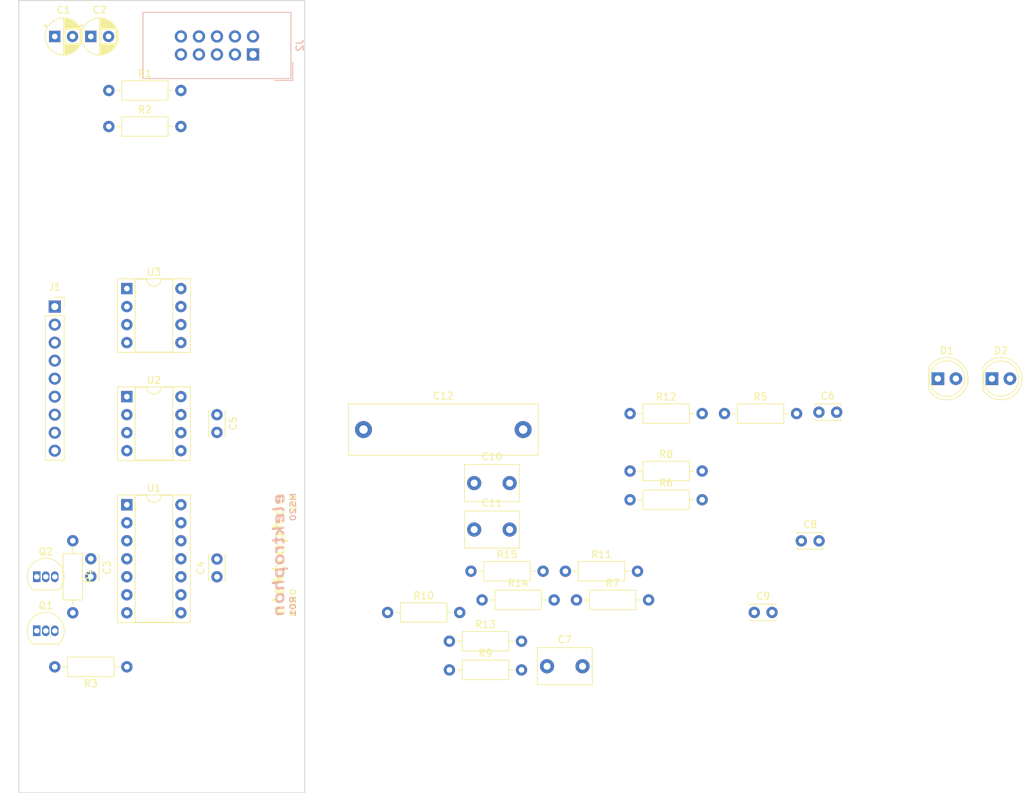
<source format=kicad_pcb>
(kicad_pcb (version 20171130) (host pcbnew 5.1.5-52549c5~84~ubuntu19.04.1)

  (general
    (thickness 1.6)
    (drawings 4)
    (tracks 0)
    (zones 0)
    (modules 37)
    (nets 26)
  )

  (page A4)
  (title_block
    (title Wavefolder)
    (date 2020-02-09)
    (rev R01)
    (comment 1 "PCB for main circuit")
    (comment 2 "Original design by Yves Usson")
    (comment 4 "License CC BY 4.0 - Attribution 4.0 International")
  )

  (layers
    (0 F.Cu signal)
    (31 B.Cu signal)
    (32 B.Adhes user)
    (33 F.Adhes user)
    (34 B.Paste user)
    (35 F.Paste user)
    (36 B.SilkS user)
    (37 F.SilkS user)
    (38 B.Mask user)
    (39 F.Mask user)
    (40 Dwgs.User user)
    (41 Cmts.User user)
    (42 Eco1.User user)
    (43 Eco2.User user)
    (44 Edge.Cuts user)
    (45 Margin user)
    (46 B.CrtYd user)
    (47 F.CrtYd user)
    (48 B.Fab user)
    (49 F.Fab user)
  )

  (setup
    (last_trace_width 0.25)
    (user_trace_width 0.381)
    (user_trace_width 0.762)
    (trace_clearance 0.2)
    (zone_clearance 0.508)
    (zone_45_only no)
    (trace_min 0.2)
    (via_size 0.8)
    (via_drill 0.4)
    (via_min_size 0.4)
    (via_min_drill 0.3)
    (uvia_size 0.3)
    (uvia_drill 0.1)
    (uvias_allowed no)
    (uvia_min_size 0.2)
    (uvia_min_drill 0.1)
    (edge_width 0.05)
    (segment_width 0.2)
    (pcb_text_width 0.3)
    (pcb_text_size 1.5 1.5)
    (mod_edge_width 0.12)
    (mod_text_size 1 1)
    (mod_text_width 0.15)
    (pad_size 1.524 1.524)
    (pad_drill 0.762)
    (pad_to_mask_clearance 0.051)
    (solder_mask_min_width 0.25)
    (aux_axis_origin 0 0)
    (visible_elements 7FFFFFFF)
    (pcbplotparams
      (layerselection 0x010fc_ffffffff)
      (usegerberextensions false)
      (usegerberattributes false)
      (usegerberadvancedattributes false)
      (creategerberjobfile false)
      (excludeedgelayer true)
      (linewidth 0.100000)
      (plotframeref false)
      (viasonmask false)
      (mode 1)
      (useauxorigin false)
      (hpglpennumber 1)
      (hpglpenspeed 20)
      (hpglpendiameter 15.000000)
      (psnegative false)
      (psa4output false)
      (plotreference true)
      (plotvalue true)
      (plotinvisibletext false)
      (padsonsilk false)
      (subtractmaskfromsilk false)
      (outputformat 1)
      (mirror false)
      (drillshape 0)
      (scaleselection 1)
      (outputdirectory "gerbers"))
  )

  (net 0 "")
  (net 1 GND)
  (net 2 +15V)
  (net 3 -15V)
  (net 4 "Net-(D1-Pad2)")
  (net 5 +5V)
  (net 6 "Net-(Q1-Pad3)")
  (net 7 "Net-(R11-Pad2)")
  (net 8 "Net-(C1-Pad1)")
  (net 9 "Net-(C2-Pad2)")
  (net 10 "Net-(C7-Pad2)")
  (net 11 "Net-(C7-Pad1)")
  (net 12 "Net-(C10-Pad2)")
  (net 13 "Net-(C10-Pad1)")
  (net 14 /HP_IN)
  (net 15 "Net-(C11-Pad1)")
  (net 16 /OUT)
  (net 17 "Net-(C12-Pad1)")
  (net 18 /RES2)
  (net 19 /LP_IN)
  (net 20 /CV)
  (net 21 "Net-(R6-Pad2)")
  (net 22 "Net-(R7-Pad2)")
  (net 23 "Net-(R8-Pad1)")
  (net 24 "Net-(R12-Pad2)")
  (net 25 "Net-(R10-Pad1)")

  (net_class Default "This is the default net class."
    (clearance 0.2)
    (trace_width 0.25)
    (via_dia 0.8)
    (via_drill 0.4)
    (uvia_dia 0.3)
    (uvia_drill 0.1)
    (add_net +15V)
    (add_net +5V)
    (add_net -15V)
    (add_net /CV)
    (add_net /HP_IN)
    (add_net /LP_IN)
    (add_net /OUT)
    (add_net /RES2)
    (add_net GND)
    (add_net "Net-(C1-Pad1)")
    (add_net "Net-(C10-Pad1)")
    (add_net "Net-(C10-Pad2)")
    (add_net "Net-(C11-Pad1)")
    (add_net "Net-(C12-Pad1)")
    (add_net "Net-(C2-Pad2)")
    (add_net "Net-(C7-Pad1)")
    (add_net "Net-(C7-Pad2)")
    (add_net "Net-(D1-Pad2)")
    (add_net "Net-(Q1-Pad3)")
    (add_net "Net-(R10-Pad1)")
    (add_net "Net-(R11-Pad2)")
    (add_net "Net-(R12-Pad2)")
    (add_net "Net-(R6-Pad2)")
    (add_net "Net-(R7-Pad2)")
    (add_net "Net-(R8-Pad1)")
    (add_net "Net-(U2-Pad1)")
    (add_net "Net-(U2-Pad8)")
    (add_net "Net-(U3-Pad1)")
    (add_net "Net-(U3-Pad8)")
  )

  (module Package_DIP:DIP-8_W7.62mm_Socket (layer F.Cu) (tedit 5A02E8C5) (tstamp 5E6E56AA)
    (at 66.04 91.44)
    (descr "8-lead though-hole mounted DIP package, row spacing 7.62 mm (300 mils), Socket")
    (tags "THT DIP DIL PDIP 2.54mm 7.62mm 300mil Socket")
    (path /5CC0002A)
    (fp_text reference U3 (at 3.81 -2.33) (layer F.SilkS)
      (effects (font (size 1 1) (thickness 0.15)))
    )
    (fp_text value CA3080 (at 3.81 9.95) (layer F.Fab)
      (effects (font (size 1 1) (thickness 0.15)))
    )
    (fp_text user %R (at 3.81 3.81) (layer F.Fab)
      (effects (font (size 1 1) (thickness 0.15)))
    )
    (fp_line (start 9.15 -1.6) (end -1.55 -1.6) (layer F.CrtYd) (width 0.05))
    (fp_line (start 9.15 9.2) (end 9.15 -1.6) (layer F.CrtYd) (width 0.05))
    (fp_line (start -1.55 9.2) (end 9.15 9.2) (layer F.CrtYd) (width 0.05))
    (fp_line (start -1.55 -1.6) (end -1.55 9.2) (layer F.CrtYd) (width 0.05))
    (fp_line (start 8.95 -1.39) (end -1.33 -1.39) (layer F.SilkS) (width 0.12))
    (fp_line (start 8.95 9.01) (end 8.95 -1.39) (layer F.SilkS) (width 0.12))
    (fp_line (start -1.33 9.01) (end 8.95 9.01) (layer F.SilkS) (width 0.12))
    (fp_line (start -1.33 -1.39) (end -1.33 9.01) (layer F.SilkS) (width 0.12))
    (fp_line (start 6.46 -1.33) (end 4.81 -1.33) (layer F.SilkS) (width 0.12))
    (fp_line (start 6.46 8.95) (end 6.46 -1.33) (layer F.SilkS) (width 0.12))
    (fp_line (start 1.16 8.95) (end 6.46 8.95) (layer F.SilkS) (width 0.12))
    (fp_line (start 1.16 -1.33) (end 1.16 8.95) (layer F.SilkS) (width 0.12))
    (fp_line (start 2.81 -1.33) (end 1.16 -1.33) (layer F.SilkS) (width 0.12))
    (fp_line (start 8.89 -1.33) (end -1.27 -1.33) (layer F.Fab) (width 0.1))
    (fp_line (start 8.89 8.95) (end 8.89 -1.33) (layer F.Fab) (width 0.1))
    (fp_line (start -1.27 8.95) (end 8.89 8.95) (layer F.Fab) (width 0.1))
    (fp_line (start -1.27 -1.33) (end -1.27 8.95) (layer F.Fab) (width 0.1))
    (fp_line (start 0.635 -0.27) (end 1.635 -1.27) (layer F.Fab) (width 0.1))
    (fp_line (start 0.635 8.89) (end 0.635 -0.27) (layer F.Fab) (width 0.1))
    (fp_line (start 6.985 8.89) (end 0.635 8.89) (layer F.Fab) (width 0.1))
    (fp_line (start 6.985 -1.27) (end 6.985 8.89) (layer F.Fab) (width 0.1))
    (fp_line (start 1.635 -1.27) (end 6.985 -1.27) (layer F.Fab) (width 0.1))
    (fp_arc (start 3.81 -1.33) (end 2.81 -1.33) (angle -180) (layer F.SilkS) (width 0.12))
    (pad 8 thru_hole oval (at 7.62 0) (size 1.6 1.6) (drill 0.8) (layers *.Cu *.Mask))
    (pad 4 thru_hole oval (at 0 7.62) (size 1.6 1.6) (drill 0.8) (layers *.Cu *.Mask)
      (net 3 -15V))
    (pad 7 thru_hole oval (at 7.62 2.54) (size 1.6 1.6) (drill 0.8) (layers *.Cu *.Mask)
      (net 2 +15V))
    (pad 3 thru_hole oval (at 0 5.08) (size 1.6 1.6) (drill 0.8) (layers *.Cu *.Mask)
      (net 24 "Net-(R12-Pad2)"))
    (pad 6 thru_hole oval (at 7.62 5.08) (size 1.6 1.6) (drill 0.8) (layers *.Cu *.Mask)
      (net 15 "Net-(C11-Pad1)"))
    (pad 2 thru_hole oval (at 0 2.54) (size 1.6 1.6) (drill 0.8) (layers *.Cu *.Mask)
      (net 7 "Net-(R11-Pad2)"))
    (pad 5 thru_hole oval (at 7.62 7.62) (size 1.6 1.6) (drill 0.8) (layers *.Cu *.Mask)
      (net 25 "Net-(R10-Pad1)"))
    (pad 1 thru_hole rect (at 0 0) (size 1.6 1.6) (drill 0.8) (layers *.Cu *.Mask))
    (model ${KISYS3DMOD}/Package_DIP.3dshapes/DIP-8_W7.62mm_Socket.wrl
      (at (xyz 0 0 0))
      (scale (xyz 1 1 1))
      (rotate (xyz 0 0 0))
    )
  )

  (module Package_DIP:DIP-8_W7.62mm_Socket (layer F.Cu) (tedit 5A02E8C5) (tstamp 5E6E5686)
    (at 66.04 106.68)
    (descr "8-lead though-hole mounted DIP package, row spacing 7.62 mm (300 mils), Socket")
    (tags "THT DIP DIL PDIP 2.54mm 7.62mm 300mil Socket")
    (path /5CBF9C06)
    (fp_text reference U2 (at 3.81 -2.33) (layer F.SilkS)
      (effects (font (size 1 1) (thickness 0.15)))
    )
    (fp_text value CA3080 (at 3.81 9.95) (layer F.Fab)
      (effects (font (size 1 1) (thickness 0.15)))
    )
    (fp_text user %R (at 3.81 3.81) (layer F.Fab)
      (effects (font (size 1 1) (thickness 0.15)))
    )
    (fp_line (start 9.15 -1.6) (end -1.55 -1.6) (layer F.CrtYd) (width 0.05))
    (fp_line (start 9.15 9.2) (end 9.15 -1.6) (layer F.CrtYd) (width 0.05))
    (fp_line (start -1.55 9.2) (end 9.15 9.2) (layer F.CrtYd) (width 0.05))
    (fp_line (start -1.55 -1.6) (end -1.55 9.2) (layer F.CrtYd) (width 0.05))
    (fp_line (start 8.95 -1.39) (end -1.33 -1.39) (layer F.SilkS) (width 0.12))
    (fp_line (start 8.95 9.01) (end 8.95 -1.39) (layer F.SilkS) (width 0.12))
    (fp_line (start -1.33 9.01) (end 8.95 9.01) (layer F.SilkS) (width 0.12))
    (fp_line (start -1.33 -1.39) (end -1.33 9.01) (layer F.SilkS) (width 0.12))
    (fp_line (start 6.46 -1.33) (end 4.81 -1.33) (layer F.SilkS) (width 0.12))
    (fp_line (start 6.46 8.95) (end 6.46 -1.33) (layer F.SilkS) (width 0.12))
    (fp_line (start 1.16 8.95) (end 6.46 8.95) (layer F.SilkS) (width 0.12))
    (fp_line (start 1.16 -1.33) (end 1.16 8.95) (layer F.SilkS) (width 0.12))
    (fp_line (start 2.81 -1.33) (end 1.16 -1.33) (layer F.SilkS) (width 0.12))
    (fp_line (start 8.89 -1.33) (end -1.27 -1.33) (layer F.Fab) (width 0.1))
    (fp_line (start 8.89 8.95) (end 8.89 -1.33) (layer F.Fab) (width 0.1))
    (fp_line (start -1.27 8.95) (end 8.89 8.95) (layer F.Fab) (width 0.1))
    (fp_line (start -1.27 -1.33) (end -1.27 8.95) (layer F.Fab) (width 0.1))
    (fp_line (start 0.635 -0.27) (end 1.635 -1.27) (layer F.Fab) (width 0.1))
    (fp_line (start 0.635 8.89) (end 0.635 -0.27) (layer F.Fab) (width 0.1))
    (fp_line (start 6.985 8.89) (end 0.635 8.89) (layer F.Fab) (width 0.1))
    (fp_line (start 6.985 -1.27) (end 6.985 8.89) (layer F.Fab) (width 0.1))
    (fp_line (start 1.635 -1.27) (end 6.985 -1.27) (layer F.Fab) (width 0.1))
    (fp_arc (start 3.81 -1.33) (end 2.81 -1.33) (angle -180) (layer F.SilkS) (width 0.12))
    (pad 8 thru_hole oval (at 7.62 0) (size 1.6 1.6) (drill 0.8) (layers *.Cu *.Mask))
    (pad 4 thru_hole oval (at 0 7.62) (size 1.6 1.6) (drill 0.8) (layers *.Cu *.Mask)
      (net 3 -15V))
    (pad 7 thru_hole oval (at 7.62 2.54) (size 1.6 1.6) (drill 0.8) (layers *.Cu *.Mask)
      (net 2 +15V))
    (pad 3 thru_hole oval (at 0 5.08) (size 1.6 1.6) (drill 0.8) (layers *.Cu *.Mask)
      (net 21 "Net-(R6-Pad2)"))
    (pad 6 thru_hole oval (at 7.62 5.08) (size 1.6 1.6) (drill 0.8) (layers *.Cu *.Mask)
      (net 13 "Net-(C10-Pad1)"))
    (pad 2 thru_hole oval (at 0 2.54) (size 1.6 1.6) (drill 0.8) (layers *.Cu *.Mask)
      (net 19 /LP_IN))
    (pad 5 thru_hole oval (at 7.62 7.62) (size 1.6 1.6) (drill 0.8) (layers *.Cu *.Mask)
      (net 22 "Net-(R7-Pad2)"))
    (pad 1 thru_hole rect (at 0 0) (size 1.6 1.6) (drill 0.8) (layers *.Cu *.Mask))
    (model ${KISYS3DMOD}/Package_DIP.3dshapes/DIP-8_W7.62mm_Socket.wrl
      (at (xyz 0 0 0))
      (scale (xyz 1 1 1))
      (rotate (xyz 0 0 0))
    )
  )

  (module Package_DIP:DIP-14_W7.62mm_Socket (layer F.Cu) (tedit 5A02E8C5) (tstamp 5E6E5662)
    (at 66.04 121.92)
    (descr "14-lead though-hole mounted DIP package, row spacing 7.62 mm (300 mils), Socket")
    (tags "THT DIP DIL PDIP 2.54mm 7.62mm 300mil Socket")
    (path /5E7E7A06)
    (fp_text reference U1 (at 3.81 -2.33) (layer F.SilkS)
      (effects (font (size 1 1) (thickness 0.15)))
    )
    (fp_text value TL074 (at 3.81 17.57) (layer F.Fab)
      (effects (font (size 1 1) (thickness 0.15)))
    )
    (fp_text user %R (at 3.81 7.62) (layer F.Fab)
      (effects (font (size 1 1) (thickness 0.15)))
    )
    (fp_line (start 9.15 -1.6) (end -1.55 -1.6) (layer F.CrtYd) (width 0.05))
    (fp_line (start 9.15 16.85) (end 9.15 -1.6) (layer F.CrtYd) (width 0.05))
    (fp_line (start -1.55 16.85) (end 9.15 16.85) (layer F.CrtYd) (width 0.05))
    (fp_line (start -1.55 -1.6) (end -1.55 16.85) (layer F.CrtYd) (width 0.05))
    (fp_line (start 8.95 -1.39) (end -1.33 -1.39) (layer F.SilkS) (width 0.12))
    (fp_line (start 8.95 16.63) (end 8.95 -1.39) (layer F.SilkS) (width 0.12))
    (fp_line (start -1.33 16.63) (end 8.95 16.63) (layer F.SilkS) (width 0.12))
    (fp_line (start -1.33 -1.39) (end -1.33 16.63) (layer F.SilkS) (width 0.12))
    (fp_line (start 6.46 -1.33) (end 4.81 -1.33) (layer F.SilkS) (width 0.12))
    (fp_line (start 6.46 16.57) (end 6.46 -1.33) (layer F.SilkS) (width 0.12))
    (fp_line (start 1.16 16.57) (end 6.46 16.57) (layer F.SilkS) (width 0.12))
    (fp_line (start 1.16 -1.33) (end 1.16 16.57) (layer F.SilkS) (width 0.12))
    (fp_line (start 2.81 -1.33) (end 1.16 -1.33) (layer F.SilkS) (width 0.12))
    (fp_line (start 8.89 -1.33) (end -1.27 -1.33) (layer F.Fab) (width 0.1))
    (fp_line (start 8.89 16.57) (end 8.89 -1.33) (layer F.Fab) (width 0.1))
    (fp_line (start -1.27 16.57) (end 8.89 16.57) (layer F.Fab) (width 0.1))
    (fp_line (start -1.27 -1.33) (end -1.27 16.57) (layer F.Fab) (width 0.1))
    (fp_line (start 0.635 -0.27) (end 1.635 -1.27) (layer F.Fab) (width 0.1))
    (fp_line (start 0.635 16.51) (end 0.635 -0.27) (layer F.Fab) (width 0.1))
    (fp_line (start 6.985 16.51) (end 0.635 16.51) (layer F.Fab) (width 0.1))
    (fp_line (start 6.985 -1.27) (end 6.985 16.51) (layer F.Fab) (width 0.1))
    (fp_line (start 1.635 -1.27) (end 6.985 -1.27) (layer F.Fab) (width 0.1))
    (fp_arc (start 3.81 -1.33) (end 2.81 -1.33) (angle -180) (layer F.SilkS) (width 0.12))
    (pad 14 thru_hole oval (at 7.62 0) (size 1.6 1.6) (drill 0.8) (layers *.Cu *.Mask)
      (net 17 "Net-(C12-Pad1)"))
    (pad 7 thru_hole oval (at 0 15.24) (size 1.6 1.6) (drill 0.8) (layers *.Cu *.Mask)
      (net 11 "Net-(C7-Pad1)"))
    (pad 13 thru_hole oval (at 7.62 2.54) (size 1.6 1.6) (drill 0.8) (layers *.Cu *.Mask)
      (net 17 "Net-(C12-Pad1)"))
    (pad 6 thru_hole oval (at 0 12.7) (size 1.6 1.6) (drill 0.8) (layers *.Cu *.Mask)
      (net 10 "Net-(C7-Pad2)"))
    (pad 12 thru_hole oval (at 7.62 5.08) (size 1.6 1.6) (drill 0.8) (layers *.Cu *.Mask)
      (net 15 "Net-(C11-Pad1)"))
    (pad 5 thru_hole oval (at 0 10.16) (size 1.6 1.6) (drill 0.8) (layers *.Cu *.Mask)
      (net 1 GND))
    (pad 11 thru_hole oval (at 7.62 7.62) (size 1.6 1.6) (drill 0.8) (layers *.Cu *.Mask)
      (net 9 "Net-(C2-Pad2)"))
    (pad 4 thru_hole oval (at 0 7.62) (size 1.6 1.6) (drill 0.8) (layers *.Cu *.Mask)
      (net 8 "Net-(C1-Pad1)"))
    (pad 10 thru_hole oval (at 7.62 10.16) (size 1.6 1.6) (drill 0.8) (layers *.Cu *.Mask)
      (net 18 /RES2))
    (pad 3 thru_hole oval (at 0 5.08) (size 1.6 1.6) (drill 0.8) (layers *.Cu *.Mask)
      (net 13 "Net-(C10-Pad1)"))
    (pad 9 thru_hole oval (at 7.62 12.7) (size 1.6 1.6) (drill 0.8) (layers *.Cu *.Mask)
      (net 4 "Net-(D1-Pad2)"))
    (pad 2 thru_hole oval (at 0 2.54) (size 1.6 1.6) (drill 0.8) (layers *.Cu *.Mask)
      (net 23 "Net-(R8-Pad1)"))
    (pad 8 thru_hole oval (at 7.62 15.24) (size 1.6 1.6) (drill 0.8) (layers *.Cu *.Mask)
      (net 12 "Net-(C10-Pad2)"))
    (pad 1 thru_hole rect (at 0 0) (size 1.6 1.6) (drill 0.8) (layers *.Cu *.Mask)
      (net 23 "Net-(R8-Pad1)"))
    (model ${KISYS3DMOD}/Package_DIP.3dshapes/DIP-14_W7.62mm_Socket.wrl
      (at (xyz 0 0 0))
      (scale (xyz 1 1 1))
      (rotate (xyz 0 0 0))
    )
  )

  (module Resistor_THT:R_Axial_DIN0207_L6.3mm_D2.5mm_P10.16mm_Horizontal (layer F.Cu) (tedit 5AE5139B) (tstamp 5E6E5638)
    (at 114.540225 131.3)
    (descr "Resistor, Axial_DIN0207 series, Axial, Horizontal, pin pitch=10.16mm, 0.25W = 1/4W, length*diameter=6.3*2.5mm^2, http://cdn-reichelt.de/documents/datenblatt/B400/1_4W%23YAG.pdf")
    (tags "Resistor Axial_DIN0207 series Axial Horizontal pin pitch 10.16mm 0.25W = 1/4W length 6.3mm diameter 2.5mm")
    (path /5CC21A2C)
    (fp_text reference R15 (at 5.08 -2.37) (layer F.SilkS)
      (effects (font (size 1 1) (thickness 0.15)))
    )
    (fp_text value 10k (at 5.08 2.37) (layer F.Fab)
      (effects (font (size 1 1) (thickness 0.15)))
    )
    (fp_text user %R (at 5.08 0) (layer F.Fab)
      (effects (font (size 1 1) (thickness 0.15)))
    )
    (fp_line (start 11.21 -1.5) (end -1.05 -1.5) (layer F.CrtYd) (width 0.05))
    (fp_line (start 11.21 1.5) (end 11.21 -1.5) (layer F.CrtYd) (width 0.05))
    (fp_line (start -1.05 1.5) (end 11.21 1.5) (layer F.CrtYd) (width 0.05))
    (fp_line (start -1.05 -1.5) (end -1.05 1.5) (layer F.CrtYd) (width 0.05))
    (fp_line (start 9.12 0) (end 8.35 0) (layer F.SilkS) (width 0.12))
    (fp_line (start 1.04 0) (end 1.81 0) (layer F.SilkS) (width 0.12))
    (fp_line (start 8.35 -1.37) (end 1.81 -1.37) (layer F.SilkS) (width 0.12))
    (fp_line (start 8.35 1.37) (end 8.35 -1.37) (layer F.SilkS) (width 0.12))
    (fp_line (start 1.81 1.37) (end 8.35 1.37) (layer F.SilkS) (width 0.12))
    (fp_line (start 1.81 -1.37) (end 1.81 1.37) (layer F.SilkS) (width 0.12))
    (fp_line (start 10.16 0) (end 8.23 0) (layer F.Fab) (width 0.1))
    (fp_line (start 0 0) (end 1.93 0) (layer F.Fab) (width 0.1))
    (fp_line (start 8.23 -1.25) (end 1.93 -1.25) (layer F.Fab) (width 0.1))
    (fp_line (start 8.23 1.25) (end 8.23 -1.25) (layer F.Fab) (width 0.1))
    (fp_line (start 1.93 1.25) (end 8.23 1.25) (layer F.Fab) (width 0.1))
    (fp_line (start 1.93 -1.25) (end 1.93 1.25) (layer F.Fab) (width 0.1))
    (pad 2 thru_hole oval (at 10.16 0) (size 1.6 1.6) (drill 0.8) (layers *.Cu *.Mask)
      (net 7 "Net-(R11-Pad2)"))
    (pad 1 thru_hole circle (at 0 0) (size 1.6 1.6) (drill 0.8) (layers *.Cu *.Mask)
      (net 17 "Net-(C12-Pad1)"))
    (model ${KISYS3DMOD}/Resistor_THT.3dshapes/R_Axial_DIN0207_L6.3mm_D2.5mm_P10.16mm_Horizontal.wrl
      (at (xyz 0 0 0))
      (scale (xyz 1 1 1))
      (rotate (xyz 0 0 0))
    )
  )

  (module Resistor_THT:R_Axial_DIN0207_L6.3mm_D2.5mm_P10.16mm_Horizontal (layer F.Cu) (tedit 5AE5139B) (tstamp 5E6E5621)
    (at 116.100225 135.35)
    (descr "Resistor, Axial_DIN0207 series, Axial, Horizontal, pin pitch=10.16mm, 0.25W = 1/4W, length*diameter=6.3*2.5mm^2, http://cdn-reichelt.de/documents/datenblatt/B400/1_4W%23YAG.pdf")
    (tags "Resistor Axial_DIN0207 series Axial Horizontal pin pitch 10.16mm 0.25W = 1/4W length 6.3mm diameter 2.5mm")
    (path /5E7E7A29)
    (fp_text reference R14 (at 5.08 -2.37) (layer F.SilkS)
      (effects (font (size 1 1) (thickness 0.15)))
    )
    (fp_text value 1k8 (at 5.08 2.37) (layer F.Fab)
      (effects (font (size 1 1) (thickness 0.15)))
    )
    (fp_text user %R (at 5.08 0) (layer F.Fab)
      (effects (font (size 1 1) (thickness 0.15)))
    )
    (fp_line (start 11.21 -1.5) (end -1.05 -1.5) (layer F.CrtYd) (width 0.05))
    (fp_line (start 11.21 1.5) (end 11.21 -1.5) (layer F.CrtYd) (width 0.05))
    (fp_line (start -1.05 1.5) (end 11.21 1.5) (layer F.CrtYd) (width 0.05))
    (fp_line (start -1.05 -1.5) (end -1.05 1.5) (layer F.CrtYd) (width 0.05))
    (fp_line (start 9.12 0) (end 8.35 0) (layer F.SilkS) (width 0.12))
    (fp_line (start 1.04 0) (end 1.81 0) (layer F.SilkS) (width 0.12))
    (fp_line (start 8.35 -1.37) (end 1.81 -1.37) (layer F.SilkS) (width 0.12))
    (fp_line (start 8.35 1.37) (end 8.35 -1.37) (layer F.SilkS) (width 0.12))
    (fp_line (start 1.81 1.37) (end 8.35 1.37) (layer F.SilkS) (width 0.12))
    (fp_line (start 1.81 -1.37) (end 1.81 1.37) (layer F.SilkS) (width 0.12))
    (fp_line (start 10.16 0) (end 8.23 0) (layer F.Fab) (width 0.1))
    (fp_line (start 0 0) (end 1.93 0) (layer F.Fab) (width 0.1))
    (fp_line (start 8.23 -1.25) (end 1.93 -1.25) (layer F.Fab) (width 0.1))
    (fp_line (start 8.23 1.25) (end 8.23 -1.25) (layer F.Fab) (width 0.1))
    (fp_line (start 1.93 1.25) (end 8.23 1.25) (layer F.Fab) (width 0.1))
    (fp_line (start 1.93 -1.25) (end 1.93 1.25) (layer F.Fab) (width 0.1))
    (pad 2 thru_hole oval (at 10.16 0) (size 1.6 1.6) (drill 0.8) (layers *.Cu *.Mask)
      (net 4 "Net-(D1-Pad2)"))
    (pad 1 thru_hole circle (at 0 0) (size 1.6 1.6) (drill 0.8) (layers *.Cu *.Mask)
      (net 1 GND))
    (model ${KISYS3DMOD}/Resistor_THT.3dshapes/R_Axial_DIN0207_L6.3mm_D2.5mm_P10.16mm_Horizontal.wrl
      (at (xyz 0 0 0))
      (scale (xyz 1 1 1))
      (rotate (xyz 0 0 0))
    )
  )

  (module Resistor_THT:R_Axial_DIN0207_L6.3mm_D2.5mm_P10.16mm_Horizontal (layer F.Cu) (tedit 5AE5139B) (tstamp 5E6E560A)
    (at 111.500225 141.17)
    (descr "Resistor, Axial_DIN0207 series, Axial, Horizontal, pin pitch=10.16mm, 0.25W = 1/4W, length*diameter=6.3*2.5mm^2, http://cdn-reichelt.de/documents/datenblatt/B400/1_4W%23YAG.pdf")
    (tags "Resistor Axial_DIN0207 series Axial Horizontal pin pitch 10.16mm 0.25W = 1/4W length 6.3mm diameter 2.5mm")
    (path /5CC58972)
    (fp_text reference R13 (at 5.08 -2.37) (layer F.SilkS)
      (effects (font (size 1 1) (thickness 0.15)))
    )
    (fp_text value 10k (at 5.08 2.37) (layer F.Fab)
      (effects (font (size 1 1) (thickness 0.15)))
    )
    (fp_text user %R (at 5.08 0) (layer F.Fab)
      (effects (font (size 1 1) (thickness 0.15)))
    )
    (fp_line (start 11.21 -1.5) (end -1.05 -1.5) (layer F.CrtYd) (width 0.05))
    (fp_line (start 11.21 1.5) (end 11.21 -1.5) (layer F.CrtYd) (width 0.05))
    (fp_line (start -1.05 1.5) (end 11.21 1.5) (layer F.CrtYd) (width 0.05))
    (fp_line (start -1.05 -1.5) (end -1.05 1.5) (layer F.CrtYd) (width 0.05))
    (fp_line (start 9.12 0) (end 8.35 0) (layer F.SilkS) (width 0.12))
    (fp_line (start 1.04 0) (end 1.81 0) (layer F.SilkS) (width 0.12))
    (fp_line (start 8.35 -1.37) (end 1.81 -1.37) (layer F.SilkS) (width 0.12))
    (fp_line (start 8.35 1.37) (end 8.35 -1.37) (layer F.SilkS) (width 0.12))
    (fp_line (start 1.81 1.37) (end 8.35 1.37) (layer F.SilkS) (width 0.12))
    (fp_line (start 1.81 -1.37) (end 1.81 1.37) (layer F.SilkS) (width 0.12))
    (fp_line (start 10.16 0) (end 8.23 0) (layer F.Fab) (width 0.1))
    (fp_line (start 0 0) (end 1.93 0) (layer F.Fab) (width 0.1))
    (fp_line (start 8.23 -1.25) (end 1.93 -1.25) (layer F.Fab) (width 0.1))
    (fp_line (start 8.23 1.25) (end 8.23 -1.25) (layer F.Fab) (width 0.1))
    (fp_line (start 1.93 1.25) (end 8.23 1.25) (layer F.Fab) (width 0.1))
    (fp_line (start 1.93 -1.25) (end 1.93 1.25) (layer F.Fab) (width 0.1))
    (pad 2 thru_hole oval (at 10.16 0) (size 1.6 1.6) (drill 0.8) (layers *.Cu *.Mask)
      (net 4 "Net-(D1-Pad2)"))
    (pad 1 thru_hole circle (at 0 0) (size 1.6 1.6) (drill 0.8) (layers *.Cu *.Mask)
      (net 12 "Net-(C10-Pad2)"))
    (model ${KISYS3DMOD}/Resistor_THT.3dshapes/R_Axial_DIN0207_L6.3mm_D2.5mm_P10.16mm_Horizontal.wrl
      (at (xyz 0 0 0))
      (scale (xyz 1 1 1))
      (rotate (xyz 0 0 0))
    )
  )

  (module Resistor_THT:R_Axial_DIN0207_L6.3mm_D2.5mm_P10.16mm_Horizontal (layer F.Cu) (tedit 5AE5139B) (tstamp 5E6E55F3)
    (at 136.960225 109.07)
    (descr "Resistor, Axial_DIN0207 series, Axial, Horizontal, pin pitch=10.16mm, 0.25W = 1/4W, length*diameter=6.3*2.5mm^2, http://cdn-reichelt.de/documents/datenblatt/B400/1_4W%23YAG.pdf")
    (tags "Resistor Axial_DIN0207 series Axial Horizontal pin pitch 10.16mm 0.25W = 1/4W length 6.3mm diameter 2.5mm")
    (path /5CC324EC)
    (fp_text reference R12 (at 5.08 -2.37) (layer F.SilkS)
      (effects (font (size 1 1) (thickness 0.15)))
    )
    (fp_text value 220 (at 5.08 2.37) (layer F.Fab)
      (effects (font (size 1 1) (thickness 0.15)))
    )
    (fp_text user %R (at 5.08 0) (layer F.Fab)
      (effects (font (size 1 1) (thickness 0.15)))
    )
    (fp_line (start 11.21 -1.5) (end -1.05 -1.5) (layer F.CrtYd) (width 0.05))
    (fp_line (start 11.21 1.5) (end 11.21 -1.5) (layer F.CrtYd) (width 0.05))
    (fp_line (start -1.05 1.5) (end 11.21 1.5) (layer F.CrtYd) (width 0.05))
    (fp_line (start -1.05 -1.5) (end -1.05 1.5) (layer F.CrtYd) (width 0.05))
    (fp_line (start 9.12 0) (end 8.35 0) (layer F.SilkS) (width 0.12))
    (fp_line (start 1.04 0) (end 1.81 0) (layer F.SilkS) (width 0.12))
    (fp_line (start 8.35 -1.37) (end 1.81 -1.37) (layer F.SilkS) (width 0.12))
    (fp_line (start 8.35 1.37) (end 8.35 -1.37) (layer F.SilkS) (width 0.12))
    (fp_line (start 1.81 1.37) (end 8.35 1.37) (layer F.SilkS) (width 0.12))
    (fp_line (start 1.81 -1.37) (end 1.81 1.37) (layer F.SilkS) (width 0.12))
    (fp_line (start 10.16 0) (end 8.23 0) (layer F.Fab) (width 0.1))
    (fp_line (start 0 0) (end 1.93 0) (layer F.Fab) (width 0.1))
    (fp_line (start 8.23 -1.25) (end 1.93 -1.25) (layer F.Fab) (width 0.1))
    (fp_line (start 8.23 1.25) (end 8.23 -1.25) (layer F.Fab) (width 0.1))
    (fp_line (start 1.93 1.25) (end 8.23 1.25) (layer F.Fab) (width 0.1))
    (fp_line (start 1.93 -1.25) (end 1.93 1.25) (layer F.Fab) (width 0.1))
    (pad 2 thru_hole oval (at 10.16 0) (size 1.6 1.6) (drill 0.8) (layers *.Cu *.Mask)
      (net 24 "Net-(R12-Pad2)"))
    (pad 1 thru_hole circle (at 0 0) (size 1.6 1.6) (drill 0.8) (layers *.Cu *.Mask)
      (net 1 GND))
    (model ${KISYS3DMOD}/Resistor_THT.3dshapes/R_Axial_DIN0207_L6.3mm_D2.5mm_P10.16mm_Horizontal.wrl
      (at (xyz 0 0 0))
      (scale (xyz 1 1 1))
      (rotate (xyz 0 0 0))
    )
  )

  (module Resistor_THT:R_Axial_DIN0207_L6.3mm_D2.5mm_P10.16mm_Horizontal (layer F.Cu) (tedit 5AE5139B) (tstamp 5E6E55DC)
    (at 127.850225 131.3)
    (descr "Resistor, Axial_DIN0207 series, Axial, Horizontal, pin pitch=10.16mm, 0.25W = 1/4W, length*diameter=6.3*2.5mm^2, http://cdn-reichelt.de/documents/datenblatt/B400/1_4W%23YAG.pdf")
    (tags "Resistor Axial_DIN0207 series Axial Horizontal pin pitch 10.16mm 0.25W = 1/4W length 6.3mm diameter 2.5mm")
    (path /5CC340F6)
    (fp_text reference R11 (at 5.08 -2.37) (layer F.SilkS)
      (effects (font (size 1 1) (thickness 0.15)))
    )
    (fp_text value 220 (at 5.08 2.37) (layer F.Fab)
      (effects (font (size 1 1) (thickness 0.15)))
    )
    (fp_text user %R (at 5.08 0) (layer F.Fab)
      (effects (font (size 1 1) (thickness 0.15)))
    )
    (fp_line (start 11.21 -1.5) (end -1.05 -1.5) (layer F.CrtYd) (width 0.05))
    (fp_line (start 11.21 1.5) (end 11.21 -1.5) (layer F.CrtYd) (width 0.05))
    (fp_line (start -1.05 1.5) (end 11.21 1.5) (layer F.CrtYd) (width 0.05))
    (fp_line (start -1.05 -1.5) (end -1.05 1.5) (layer F.CrtYd) (width 0.05))
    (fp_line (start 9.12 0) (end 8.35 0) (layer F.SilkS) (width 0.12))
    (fp_line (start 1.04 0) (end 1.81 0) (layer F.SilkS) (width 0.12))
    (fp_line (start 8.35 -1.37) (end 1.81 -1.37) (layer F.SilkS) (width 0.12))
    (fp_line (start 8.35 1.37) (end 8.35 -1.37) (layer F.SilkS) (width 0.12))
    (fp_line (start 1.81 1.37) (end 8.35 1.37) (layer F.SilkS) (width 0.12))
    (fp_line (start 1.81 -1.37) (end 1.81 1.37) (layer F.SilkS) (width 0.12))
    (fp_line (start 10.16 0) (end 8.23 0) (layer F.Fab) (width 0.1))
    (fp_line (start 0 0) (end 1.93 0) (layer F.Fab) (width 0.1))
    (fp_line (start 8.23 -1.25) (end 1.93 -1.25) (layer F.Fab) (width 0.1))
    (fp_line (start 8.23 1.25) (end 8.23 -1.25) (layer F.Fab) (width 0.1))
    (fp_line (start 1.93 1.25) (end 8.23 1.25) (layer F.Fab) (width 0.1))
    (fp_line (start 1.93 -1.25) (end 1.93 1.25) (layer F.Fab) (width 0.1))
    (pad 2 thru_hole oval (at 10.16 0) (size 1.6 1.6) (drill 0.8) (layers *.Cu *.Mask)
      (net 7 "Net-(R11-Pad2)"))
    (pad 1 thru_hole circle (at 0 0) (size 1.6 1.6) (drill 0.8) (layers *.Cu *.Mask)
      (net 1 GND))
    (model ${KISYS3DMOD}/Resistor_THT.3dshapes/R_Axial_DIN0207_L6.3mm_D2.5mm_P10.16mm_Horizontal.wrl
      (at (xyz 0 0 0))
      (scale (xyz 1 1 1))
      (rotate (xyz 0 0 0))
    )
  )

  (module Resistor_THT:R_Axial_DIN0207_L6.3mm_D2.5mm_P10.16mm_Horizontal (layer F.Cu) (tedit 5AE5139B) (tstamp 5E6E55C5)
    (at 102.790225 137.12)
    (descr "Resistor, Axial_DIN0207 series, Axial, Horizontal, pin pitch=10.16mm, 0.25W = 1/4W, length*diameter=6.3*2.5mm^2, http://cdn-reichelt.de/documents/datenblatt/B400/1_4W%23YAG.pdf")
    (tags "Resistor Axial_DIN0207 series Axial Horizontal pin pitch 10.16mm 0.25W = 1/4W length 6.3mm diameter 2.5mm")
    (path /5E7E7A16)
    (fp_text reference R10 (at 5.08 -2.37) (layer F.SilkS)
      (effects (font (size 1 1) (thickness 0.15)))
    )
    (fp_text value 10k (at 5.08 2.37) (layer F.Fab)
      (effects (font (size 1 1) (thickness 0.15)))
    )
    (fp_text user %R (at 5.08 0) (layer F.Fab)
      (effects (font (size 1 1) (thickness 0.15)))
    )
    (fp_line (start 11.21 -1.5) (end -1.05 -1.5) (layer F.CrtYd) (width 0.05))
    (fp_line (start 11.21 1.5) (end 11.21 -1.5) (layer F.CrtYd) (width 0.05))
    (fp_line (start -1.05 1.5) (end 11.21 1.5) (layer F.CrtYd) (width 0.05))
    (fp_line (start -1.05 -1.5) (end -1.05 1.5) (layer F.CrtYd) (width 0.05))
    (fp_line (start 9.12 0) (end 8.35 0) (layer F.SilkS) (width 0.12))
    (fp_line (start 1.04 0) (end 1.81 0) (layer F.SilkS) (width 0.12))
    (fp_line (start 8.35 -1.37) (end 1.81 -1.37) (layer F.SilkS) (width 0.12))
    (fp_line (start 8.35 1.37) (end 8.35 -1.37) (layer F.SilkS) (width 0.12))
    (fp_line (start 1.81 1.37) (end 8.35 1.37) (layer F.SilkS) (width 0.12))
    (fp_line (start 1.81 -1.37) (end 1.81 1.37) (layer F.SilkS) (width 0.12))
    (fp_line (start 10.16 0) (end 8.23 0) (layer F.Fab) (width 0.1))
    (fp_line (start 0 0) (end 1.93 0) (layer F.Fab) (width 0.1))
    (fp_line (start 8.23 -1.25) (end 1.93 -1.25) (layer F.Fab) (width 0.1))
    (fp_line (start 8.23 1.25) (end 8.23 -1.25) (layer F.Fab) (width 0.1))
    (fp_line (start 1.93 1.25) (end 8.23 1.25) (layer F.Fab) (width 0.1))
    (fp_line (start 1.93 -1.25) (end 1.93 1.25) (layer F.Fab) (width 0.1))
    (pad 2 thru_hole oval (at 10.16 0) (size 1.6 1.6) (drill 0.8) (layers *.Cu *.Mask)
      (net 20 /CV))
    (pad 1 thru_hole circle (at 0 0) (size 1.6 1.6) (drill 0.8) (layers *.Cu *.Mask)
      (net 25 "Net-(R10-Pad1)"))
    (model ${KISYS3DMOD}/Resistor_THT.3dshapes/R_Axial_DIN0207_L6.3mm_D2.5mm_P10.16mm_Horizontal.wrl
      (at (xyz 0 0 0))
      (scale (xyz 1 1 1))
      (rotate (xyz 0 0 0))
    )
  )

  (module Resistor_THT:R_Axial_DIN0207_L6.3mm_D2.5mm_P10.16mm_Horizontal (layer F.Cu) (tedit 5AE5139B) (tstamp 5E6E55AE)
    (at 111.500225 145.22)
    (descr "Resistor, Axial_DIN0207 series, Axial, Horizontal, pin pitch=10.16mm, 0.25W = 1/4W, length*diameter=6.3*2.5mm^2, http://cdn-reichelt.de/documents/datenblatt/B400/1_4W%23YAG.pdf")
    (tags "Resistor Axial_DIN0207 series Axial Horizontal pin pitch 10.16mm 0.25W = 1/4W length 6.3mm diameter 2.5mm")
    (path /5CC3E17F)
    (fp_text reference R9 (at 5.08 -2.37) (layer F.SilkS)
      (effects (font (size 1 1) (thickness 0.15)))
    )
    (fp_text value 10k (at 5.08 2.37) (layer F.Fab)
      (effects (font (size 1 1) (thickness 0.15)))
    )
    (fp_text user %R (at 5.08 0) (layer F.Fab)
      (effects (font (size 1 1) (thickness 0.15)))
    )
    (fp_line (start 11.21 -1.5) (end -1.05 -1.5) (layer F.CrtYd) (width 0.05))
    (fp_line (start 11.21 1.5) (end 11.21 -1.5) (layer F.CrtYd) (width 0.05))
    (fp_line (start -1.05 1.5) (end 11.21 1.5) (layer F.CrtYd) (width 0.05))
    (fp_line (start -1.05 -1.5) (end -1.05 1.5) (layer F.CrtYd) (width 0.05))
    (fp_line (start 9.12 0) (end 8.35 0) (layer F.SilkS) (width 0.12))
    (fp_line (start 1.04 0) (end 1.81 0) (layer F.SilkS) (width 0.12))
    (fp_line (start 8.35 -1.37) (end 1.81 -1.37) (layer F.SilkS) (width 0.12))
    (fp_line (start 8.35 1.37) (end 8.35 -1.37) (layer F.SilkS) (width 0.12))
    (fp_line (start 1.81 1.37) (end 8.35 1.37) (layer F.SilkS) (width 0.12))
    (fp_line (start 1.81 -1.37) (end 1.81 1.37) (layer F.SilkS) (width 0.12))
    (fp_line (start 10.16 0) (end 8.23 0) (layer F.Fab) (width 0.1))
    (fp_line (start 0 0) (end 1.93 0) (layer F.Fab) (width 0.1))
    (fp_line (start 8.23 -1.25) (end 1.93 -1.25) (layer F.Fab) (width 0.1))
    (fp_line (start 8.23 1.25) (end 8.23 -1.25) (layer F.Fab) (width 0.1))
    (fp_line (start 1.93 1.25) (end 8.23 1.25) (layer F.Fab) (width 0.1))
    (fp_line (start 1.93 -1.25) (end 1.93 1.25) (layer F.Fab) (width 0.1))
    (pad 2 thru_hole oval (at 10.16 0) (size 1.6 1.6) (drill 0.8) (layers *.Cu *.Mask)
      (net 23 "Net-(R8-Pad1)"))
    (pad 1 thru_hole circle (at 0 0) (size 1.6 1.6) (drill 0.8) (layers *.Cu *.Mask)
      (net 24 "Net-(R12-Pad2)"))
    (model ${KISYS3DMOD}/Resistor_THT.3dshapes/R_Axial_DIN0207_L6.3mm_D2.5mm_P10.16mm_Horizontal.wrl
      (at (xyz 0 0 0))
      (scale (xyz 1 1 1))
      (rotate (xyz 0 0 0))
    )
  )

  (module Resistor_THT:R_Axial_DIN0207_L6.3mm_D2.5mm_P10.16mm_Horizontal (layer F.Cu) (tedit 5AE5139B) (tstamp 5E6E5597)
    (at 136.960225 117.17)
    (descr "Resistor, Axial_DIN0207 series, Axial, Horizontal, pin pitch=10.16mm, 0.25W = 1/4W, length*diameter=6.3*2.5mm^2, http://cdn-reichelt.de/documents/datenblatt/B400/1_4W%23YAG.pdf")
    (tags "Resistor Axial_DIN0207 series Axial Horizontal pin pitch 10.16mm 0.25W = 1/4W length 6.3mm diameter 2.5mm")
    (path /5CC21573)
    (fp_text reference R8 (at 5.08 -2.37) (layer F.SilkS)
      (effects (font (size 1 1) (thickness 0.15)))
    )
    (fp_text value 10k (at 5.08 2.37) (layer F.Fab)
      (effects (font (size 1 1) (thickness 0.15)))
    )
    (fp_text user %R (at 5.08 0) (layer F.Fab)
      (effects (font (size 1 1) (thickness 0.15)))
    )
    (fp_line (start 11.21 -1.5) (end -1.05 -1.5) (layer F.CrtYd) (width 0.05))
    (fp_line (start 11.21 1.5) (end 11.21 -1.5) (layer F.CrtYd) (width 0.05))
    (fp_line (start -1.05 1.5) (end 11.21 1.5) (layer F.CrtYd) (width 0.05))
    (fp_line (start -1.05 -1.5) (end -1.05 1.5) (layer F.CrtYd) (width 0.05))
    (fp_line (start 9.12 0) (end 8.35 0) (layer F.SilkS) (width 0.12))
    (fp_line (start 1.04 0) (end 1.81 0) (layer F.SilkS) (width 0.12))
    (fp_line (start 8.35 -1.37) (end 1.81 -1.37) (layer F.SilkS) (width 0.12))
    (fp_line (start 8.35 1.37) (end 8.35 -1.37) (layer F.SilkS) (width 0.12))
    (fp_line (start 1.81 1.37) (end 8.35 1.37) (layer F.SilkS) (width 0.12))
    (fp_line (start 1.81 -1.37) (end 1.81 1.37) (layer F.SilkS) (width 0.12))
    (fp_line (start 10.16 0) (end 8.23 0) (layer F.Fab) (width 0.1))
    (fp_line (start 0 0) (end 1.93 0) (layer F.Fab) (width 0.1))
    (fp_line (start 8.23 -1.25) (end 1.93 -1.25) (layer F.Fab) (width 0.1))
    (fp_line (start 8.23 1.25) (end 8.23 -1.25) (layer F.Fab) (width 0.1))
    (fp_line (start 1.93 1.25) (end 8.23 1.25) (layer F.Fab) (width 0.1))
    (fp_line (start 1.93 -1.25) (end 1.93 1.25) (layer F.Fab) (width 0.1))
    (pad 2 thru_hole oval (at 10.16 0) (size 1.6 1.6) (drill 0.8) (layers *.Cu *.Mask)
      (net 19 /LP_IN))
    (pad 1 thru_hole circle (at 0 0) (size 1.6 1.6) (drill 0.8) (layers *.Cu *.Mask)
      (net 23 "Net-(R8-Pad1)"))
    (model ${KISYS3DMOD}/Resistor_THT.3dshapes/R_Axial_DIN0207_L6.3mm_D2.5mm_P10.16mm_Horizontal.wrl
      (at (xyz 0 0 0))
      (scale (xyz 1 1 1))
      (rotate (xyz 0 0 0))
    )
  )

  (module Resistor_THT:R_Axial_DIN0207_L6.3mm_D2.5mm_P10.16mm_Horizontal (layer F.Cu) (tedit 5AE5139B) (tstamp 5E6E5580)
    (at 129.410225 135.35)
    (descr "Resistor, Axial_DIN0207 series, Axial, Horizontal, pin pitch=10.16mm, 0.25W = 1/4W, length*diameter=6.3*2.5mm^2, http://cdn-reichelt.de/documents/datenblatt/B400/1_4W%23YAG.pdf")
    (tags "Resistor Axial_DIN0207 series Axial Horizontal pin pitch 10.16mm 0.25W = 1/4W length 6.3mm diameter 2.5mm")
    (path /5CC0FDD4)
    (fp_text reference R7 (at 5.08 -2.37) (layer F.SilkS)
      (effects (font (size 1 1) (thickness 0.15)))
    )
    (fp_text value 10k (at 5.08 2.37) (layer F.Fab)
      (effects (font (size 1 1) (thickness 0.15)))
    )
    (fp_text user %R (at 5.08 0) (layer F.Fab)
      (effects (font (size 1 1) (thickness 0.15)))
    )
    (fp_line (start 11.21 -1.5) (end -1.05 -1.5) (layer F.CrtYd) (width 0.05))
    (fp_line (start 11.21 1.5) (end 11.21 -1.5) (layer F.CrtYd) (width 0.05))
    (fp_line (start -1.05 1.5) (end 11.21 1.5) (layer F.CrtYd) (width 0.05))
    (fp_line (start -1.05 -1.5) (end -1.05 1.5) (layer F.CrtYd) (width 0.05))
    (fp_line (start 9.12 0) (end 8.35 0) (layer F.SilkS) (width 0.12))
    (fp_line (start 1.04 0) (end 1.81 0) (layer F.SilkS) (width 0.12))
    (fp_line (start 8.35 -1.37) (end 1.81 -1.37) (layer F.SilkS) (width 0.12))
    (fp_line (start 8.35 1.37) (end 8.35 -1.37) (layer F.SilkS) (width 0.12))
    (fp_line (start 1.81 1.37) (end 8.35 1.37) (layer F.SilkS) (width 0.12))
    (fp_line (start 1.81 -1.37) (end 1.81 1.37) (layer F.SilkS) (width 0.12))
    (fp_line (start 10.16 0) (end 8.23 0) (layer F.Fab) (width 0.1))
    (fp_line (start 0 0) (end 1.93 0) (layer F.Fab) (width 0.1))
    (fp_line (start 8.23 -1.25) (end 1.93 -1.25) (layer F.Fab) (width 0.1))
    (fp_line (start 8.23 1.25) (end 8.23 -1.25) (layer F.Fab) (width 0.1))
    (fp_line (start 1.93 1.25) (end 8.23 1.25) (layer F.Fab) (width 0.1))
    (fp_line (start 1.93 -1.25) (end 1.93 1.25) (layer F.Fab) (width 0.1))
    (pad 2 thru_hole oval (at 10.16 0) (size 1.6 1.6) (drill 0.8) (layers *.Cu *.Mask)
      (net 22 "Net-(R7-Pad2)"))
    (pad 1 thru_hole circle (at 0 0) (size 1.6 1.6) (drill 0.8) (layers *.Cu *.Mask)
      (net 20 /CV))
    (model ${KISYS3DMOD}/Resistor_THT.3dshapes/R_Axial_DIN0207_L6.3mm_D2.5mm_P10.16mm_Horizontal.wrl
      (at (xyz 0 0 0))
      (scale (xyz 1 1 1))
      (rotate (xyz 0 0 0))
    )
  )

  (module Resistor_THT:R_Axial_DIN0207_L6.3mm_D2.5mm_P10.16mm_Horizontal (layer F.Cu) (tedit 5AE5139B) (tstamp 5E6E5569)
    (at 136.960225 121.22)
    (descr "Resistor, Axial_DIN0207 series, Axial, Horizontal, pin pitch=10.16mm, 0.25W = 1/4W, length*diameter=6.3*2.5mm^2, http://cdn-reichelt.de/documents/datenblatt/B400/1_4W%23YAG.pdf")
    (tags "Resistor Axial_DIN0207 series Axial Horizontal pin pitch 10.16mm 0.25W = 1/4W length 6.3mm diameter 2.5mm")
    (path /5CC07AD0)
    (fp_text reference R6 (at 5.08 -2.37) (layer F.SilkS)
      (effects (font (size 1 1) (thickness 0.15)))
    )
    (fp_text value 220 (at 5.08 2.37) (layer F.Fab)
      (effects (font (size 1 1) (thickness 0.15)))
    )
    (fp_text user %R (at 5.08 0) (layer F.Fab)
      (effects (font (size 1 1) (thickness 0.15)))
    )
    (fp_line (start 11.21 -1.5) (end -1.05 -1.5) (layer F.CrtYd) (width 0.05))
    (fp_line (start 11.21 1.5) (end 11.21 -1.5) (layer F.CrtYd) (width 0.05))
    (fp_line (start -1.05 1.5) (end 11.21 1.5) (layer F.CrtYd) (width 0.05))
    (fp_line (start -1.05 -1.5) (end -1.05 1.5) (layer F.CrtYd) (width 0.05))
    (fp_line (start 9.12 0) (end 8.35 0) (layer F.SilkS) (width 0.12))
    (fp_line (start 1.04 0) (end 1.81 0) (layer F.SilkS) (width 0.12))
    (fp_line (start 8.35 -1.37) (end 1.81 -1.37) (layer F.SilkS) (width 0.12))
    (fp_line (start 8.35 1.37) (end 8.35 -1.37) (layer F.SilkS) (width 0.12))
    (fp_line (start 1.81 1.37) (end 8.35 1.37) (layer F.SilkS) (width 0.12))
    (fp_line (start 1.81 -1.37) (end 1.81 1.37) (layer F.SilkS) (width 0.12))
    (fp_line (start 10.16 0) (end 8.23 0) (layer F.Fab) (width 0.1))
    (fp_line (start 0 0) (end 1.93 0) (layer F.Fab) (width 0.1))
    (fp_line (start 8.23 -1.25) (end 1.93 -1.25) (layer F.Fab) (width 0.1))
    (fp_line (start 8.23 1.25) (end 8.23 -1.25) (layer F.Fab) (width 0.1))
    (fp_line (start 1.93 1.25) (end 8.23 1.25) (layer F.Fab) (width 0.1))
    (fp_line (start 1.93 -1.25) (end 1.93 1.25) (layer F.Fab) (width 0.1))
    (pad 2 thru_hole oval (at 10.16 0) (size 1.6 1.6) (drill 0.8) (layers *.Cu *.Mask)
      (net 21 "Net-(R6-Pad2)"))
    (pad 1 thru_hole circle (at 0 0) (size 1.6 1.6) (drill 0.8) (layers *.Cu *.Mask)
      (net 1 GND))
    (model ${KISYS3DMOD}/Resistor_THT.3dshapes/R_Axial_DIN0207_L6.3mm_D2.5mm_P10.16mm_Horizontal.wrl
      (at (xyz 0 0 0))
      (scale (xyz 1 1 1))
      (rotate (xyz 0 0 0))
    )
  )

  (module Resistor_THT:R_Axial_DIN0207_L6.3mm_D2.5mm_P10.16mm_Horizontal (layer F.Cu) (tedit 5AE5139B) (tstamp 5E6E5552)
    (at 150.270225 109.07)
    (descr "Resistor, Axial_DIN0207 series, Axial, Horizontal, pin pitch=10.16mm, 0.25W = 1/4W, length*diameter=6.3*2.5mm^2, http://cdn-reichelt.de/documents/datenblatt/B400/1_4W%23YAG.pdf")
    (tags "Resistor Axial_DIN0207 series Axial Horizontal pin pitch 10.16mm 0.25W = 1/4W length 6.3mm diameter 2.5mm")
    (path /5E7E7A11)
    (fp_text reference R5 (at 5.08 -2.37) (layer F.SilkS)
      (effects (font (size 1 1) (thickness 0.15)))
    )
    (fp_text value 220 (at 5.08 2.37) (layer F.Fab)
      (effects (font (size 1 1) (thickness 0.15)))
    )
    (fp_text user %R (at 5.08 0) (layer F.Fab)
      (effects (font (size 1 1) (thickness 0.15)))
    )
    (fp_line (start 11.21 -1.5) (end -1.05 -1.5) (layer F.CrtYd) (width 0.05))
    (fp_line (start 11.21 1.5) (end 11.21 -1.5) (layer F.CrtYd) (width 0.05))
    (fp_line (start -1.05 1.5) (end 11.21 1.5) (layer F.CrtYd) (width 0.05))
    (fp_line (start -1.05 -1.5) (end -1.05 1.5) (layer F.CrtYd) (width 0.05))
    (fp_line (start 9.12 0) (end 8.35 0) (layer F.SilkS) (width 0.12))
    (fp_line (start 1.04 0) (end 1.81 0) (layer F.SilkS) (width 0.12))
    (fp_line (start 8.35 -1.37) (end 1.81 -1.37) (layer F.SilkS) (width 0.12))
    (fp_line (start 8.35 1.37) (end 8.35 -1.37) (layer F.SilkS) (width 0.12))
    (fp_line (start 1.81 1.37) (end 8.35 1.37) (layer F.SilkS) (width 0.12))
    (fp_line (start 1.81 -1.37) (end 1.81 1.37) (layer F.SilkS) (width 0.12))
    (fp_line (start 10.16 0) (end 8.23 0) (layer F.Fab) (width 0.1))
    (fp_line (start 0 0) (end 1.93 0) (layer F.Fab) (width 0.1))
    (fp_line (start 8.23 -1.25) (end 1.93 -1.25) (layer F.Fab) (width 0.1))
    (fp_line (start 8.23 1.25) (end 8.23 -1.25) (layer F.Fab) (width 0.1))
    (fp_line (start 1.93 1.25) (end 8.23 1.25) (layer F.Fab) (width 0.1))
    (fp_line (start 1.93 -1.25) (end 1.93 1.25) (layer F.Fab) (width 0.1))
    (pad 2 thru_hole oval (at 10.16 0) (size 1.6 1.6) (drill 0.8) (layers *.Cu *.Mask)
      (net 19 /LP_IN))
    (pad 1 thru_hole circle (at 0 0) (size 1.6 1.6) (drill 0.8) (layers *.Cu *.Mask)
      (net 1 GND))
    (model ${KISYS3DMOD}/Resistor_THT.3dshapes/R_Axial_DIN0207_L6.3mm_D2.5mm_P10.16mm_Horizontal.wrl
      (at (xyz 0 0 0))
      (scale (xyz 1 1 1))
      (rotate (xyz 0 0 0))
    )
  )

  (module Resistor_THT:R_Axial_DIN0207_L6.3mm_D2.5mm_P10.16mm_Horizontal (layer F.Cu) (tedit 5AE5139B) (tstamp 5E6E553B)
    (at 58.42 127 270)
    (descr "Resistor, Axial_DIN0207 series, Axial, Horizontal, pin pitch=10.16mm, 0.25W = 1/4W, length*diameter=6.3*2.5mm^2, http://cdn-reichelt.de/documents/datenblatt/B400/1_4W%23YAG.pdf")
    (tags "Resistor Axial_DIN0207 series Axial Horizontal pin pitch 10.16mm 0.25W = 1/4W length 6.3mm diameter 2.5mm")
    (path /5CBF1A9B)
    (fp_text reference R4 (at 5.08 -2.37 90) (layer F.SilkS)
      (effects (font (size 1 1) (thickness 0.15)))
    )
    (fp_text value 4k7 (at 5.08 2.37 90) (layer F.Fab)
      (effects (font (size 1 1) (thickness 0.15)))
    )
    (fp_text user %R (at 5.08 0 90) (layer F.Fab)
      (effects (font (size 1 1) (thickness 0.15)))
    )
    (fp_line (start 11.21 -1.5) (end -1.05 -1.5) (layer F.CrtYd) (width 0.05))
    (fp_line (start 11.21 1.5) (end 11.21 -1.5) (layer F.CrtYd) (width 0.05))
    (fp_line (start -1.05 1.5) (end 11.21 1.5) (layer F.CrtYd) (width 0.05))
    (fp_line (start -1.05 -1.5) (end -1.05 1.5) (layer F.CrtYd) (width 0.05))
    (fp_line (start 9.12 0) (end 8.35 0) (layer F.SilkS) (width 0.12))
    (fp_line (start 1.04 0) (end 1.81 0) (layer F.SilkS) (width 0.12))
    (fp_line (start 8.35 -1.37) (end 1.81 -1.37) (layer F.SilkS) (width 0.12))
    (fp_line (start 8.35 1.37) (end 8.35 -1.37) (layer F.SilkS) (width 0.12))
    (fp_line (start 1.81 1.37) (end 8.35 1.37) (layer F.SilkS) (width 0.12))
    (fp_line (start 1.81 -1.37) (end 1.81 1.37) (layer F.SilkS) (width 0.12))
    (fp_line (start 10.16 0) (end 8.23 0) (layer F.Fab) (width 0.1))
    (fp_line (start 0 0) (end 1.93 0) (layer F.Fab) (width 0.1))
    (fp_line (start 8.23 -1.25) (end 1.93 -1.25) (layer F.Fab) (width 0.1))
    (fp_line (start 8.23 1.25) (end 8.23 -1.25) (layer F.Fab) (width 0.1))
    (fp_line (start 1.93 1.25) (end 8.23 1.25) (layer F.Fab) (width 0.1))
    (fp_line (start 1.93 -1.25) (end 1.93 1.25) (layer F.Fab) (width 0.1))
    (pad 2 thru_hole oval (at 10.16 0 270) (size 1.6 1.6) (drill 0.8) (layers *.Cu *.Mask)
      (net 11 "Net-(C7-Pad1)"))
    (pad 1 thru_hole circle (at 0 0 270) (size 1.6 1.6) (drill 0.8) (layers *.Cu *.Mask)
      (net 6 "Net-(Q1-Pad3)"))
    (model ${KISYS3DMOD}/Resistor_THT.3dshapes/R_Axial_DIN0207_L6.3mm_D2.5mm_P10.16mm_Horizontal.wrl
      (at (xyz 0 0 0))
      (scale (xyz 1 1 1))
      (rotate (xyz 0 0 0))
    )
  )

  (module Resistor_THT:R_Axial_DIN0207_L6.3mm_D2.5mm_P10.16mm_Horizontal (layer F.Cu) (tedit 5AE5139B) (tstamp 5E6E5524)
    (at 66.04 144.78 180)
    (descr "Resistor, Axial_DIN0207 series, Axial, Horizontal, pin pitch=10.16mm, 0.25W = 1/4W, length*diameter=6.3*2.5mm^2, http://cdn-reichelt.de/documents/datenblatt/B400/1_4W%23YAG.pdf")
    (tags "Resistor Axial_DIN0207 series Axial Horizontal pin pitch 10.16mm 0.25W = 1/4W length 6.3mm diameter 2.5mm")
    (path /5CC09AC4)
    (fp_text reference R3 (at 5.08 -2.37) (layer F.SilkS)
      (effects (font (size 1 1) (thickness 0.15)))
    )
    (fp_text value 470k (at 5.08 2.37) (layer F.Fab)
      (effects (font (size 1 1) (thickness 0.15)))
    )
    (fp_text user %R (at 5.08 0) (layer F.Fab)
      (effects (font (size 1 1) (thickness 0.15)))
    )
    (fp_line (start 11.21 -1.5) (end -1.05 -1.5) (layer F.CrtYd) (width 0.05))
    (fp_line (start 11.21 1.5) (end 11.21 -1.5) (layer F.CrtYd) (width 0.05))
    (fp_line (start -1.05 1.5) (end 11.21 1.5) (layer F.CrtYd) (width 0.05))
    (fp_line (start -1.05 -1.5) (end -1.05 1.5) (layer F.CrtYd) (width 0.05))
    (fp_line (start 9.12 0) (end 8.35 0) (layer F.SilkS) (width 0.12))
    (fp_line (start 1.04 0) (end 1.81 0) (layer F.SilkS) (width 0.12))
    (fp_line (start 8.35 -1.37) (end 1.81 -1.37) (layer F.SilkS) (width 0.12))
    (fp_line (start 8.35 1.37) (end 8.35 -1.37) (layer F.SilkS) (width 0.12))
    (fp_line (start 1.81 1.37) (end 8.35 1.37) (layer F.SilkS) (width 0.12))
    (fp_line (start 1.81 -1.37) (end 1.81 1.37) (layer F.SilkS) (width 0.12))
    (fp_line (start 10.16 0) (end 8.23 0) (layer F.Fab) (width 0.1))
    (fp_line (start 0 0) (end 1.93 0) (layer F.Fab) (width 0.1))
    (fp_line (start 8.23 -1.25) (end 1.93 -1.25) (layer F.Fab) (width 0.1))
    (fp_line (start 8.23 1.25) (end 8.23 -1.25) (layer F.Fab) (width 0.1))
    (fp_line (start 1.93 1.25) (end 8.23 1.25) (layer F.Fab) (width 0.1))
    (fp_line (start 1.93 -1.25) (end 1.93 1.25) (layer F.Fab) (width 0.1))
    (pad 2 thru_hole oval (at 10.16 0 180) (size 1.6 1.6) (drill 0.8) (layers *.Cu *.Mask)
      (net 10 "Net-(C7-Pad2)"))
    (pad 1 thru_hole circle (at 0 0 180) (size 1.6 1.6) (drill 0.8) (layers *.Cu *.Mask)
      (net 3 -15V))
    (model ${KISYS3DMOD}/Resistor_THT.3dshapes/R_Axial_DIN0207_L6.3mm_D2.5mm_P10.16mm_Horizontal.wrl
      (at (xyz 0 0 0))
      (scale (xyz 1 1 1))
      (rotate (xyz 0 0 0))
    )
  )

  (module Resistor_THT:R_Axial_DIN0207_L6.3mm_D2.5mm_P10.16mm_Horizontal (layer F.Cu) (tedit 5AE5139B) (tstamp 5E6E550D)
    (at 63.5 68.58)
    (descr "Resistor, Axial_DIN0207 series, Axial, Horizontal, pin pitch=10.16mm, 0.25W = 1/4W, length*diameter=6.3*2.5mm^2, http://cdn-reichelt.de/documents/datenblatt/B400/1_4W%23YAG.pdf")
    (tags "Resistor Axial_DIN0207 series Axial Horizontal pin pitch 10.16mm 0.25W = 1/4W length 6.3mm diameter 2.5mm")
    (path /5E841351)
    (fp_text reference R2 (at 5.08 -2.37) (layer F.SilkS)
      (effects (font (size 1 1) (thickness 0.15)))
    )
    (fp_text value 10 (at 5.08 2.37) (layer F.Fab)
      (effects (font (size 1 1) (thickness 0.15)))
    )
    (fp_text user %R (at 5.08 0) (layer F.Fab)
      (effects (font (size 1 1) (thickness 0.15)))
    )
    (fp_line (start 11.21 -1.5) (end -1.05 -1.5) (layer F.CrtYd) (width 0.05))
    (fp_line (start 11.21 1.5) (end 11.21 -1.5) (layer F.CrtYd) (width 0.05))
    (fp_line (start -1.05 1.5) (end 11.21 1.5) (layer F.CrtYd) (width 0.05))
    (fp_line (start -1.05 -1.5) (end -1.05 1.5) (layer F.CrtYd) (width 0.05))
    (fp_line (start 9.12 0) (end 8.35 0) (layer F.SilkS) (width 0.12))
    (fp_line (start 1.04 0) (end 1.81 0) (layer F.SilkS) (width 0.12))
    (fp_line (start 8.35 -1.37) (end 1.81 -1.37) (layer F.SilkS) (width 0.12))
    (fp_line (start 8.35 1.37) (end 8.35 -1.37) (layer F.SilkS) (width 0.12))
    (fp_line (start 1.81 1.37) (end 8.35 1.37) (layer F.SilkS) (width 0.12))
    (fp_line (start 1.81 -1.37) (end 1.81 1.37) (layer F.SilkS) (width 0.12))
    (fp_line (start 10.16 0) (end 8.23 0) (layer F.Fab) (width 0.1))
    (fp_line (start 0 0) (end 1.93 0) (layer F.Fab) (width 0.1))
    (fp_line (start 8.23 -1.25) (end 1.93 -1.25) (layer F.Fab) (width 0.1))
    (fp_line (start 8.23 1.25) (end 8.23 -1.25) (layer F.Fab) (width 0.1))
    (fp_line (start 1.93 1.25) (end 8.23 1.25) (layer F.Fab) (width 0.1))
    (fp_line (start 1.93 -1.25) (end 1.93 1.25) (layer F.Fab) (width 0.1))
    (pad 2 thru_hole oval (at 10.16 0) (size 1.6 1.6) (drill 0.8) (layers *.Cu *.Mask)
      (net 3 -15V))
    (pad 1 thru_hole circle (at 0 0) (size 1.6 1.6) (drill 0.8) (layers *.Cu *.Mask)
      (net 9 "Net-(C2-Pad2)"))
    (model ${KISYS3DMOD}/Resistor_THT.3dshapes/R_Axial_DIN0207_L6.3mm_D2.5mm_P10.16mm_Horizontal.wrl
      (at (xyz 0 0 0))
      (scale (xyz 1 1 1))
      (rotate (xyz 0 0 0))
    )
  )

  (module Resistor_THT:R_Axial_DIN0207_L6.3mm_D2.5mm_P10.16mm_Horizontal (layer F.Cu) (tedit 5AE5139B) (tstamp 5E6E54F6)
    (at 63.5 63.5)
    (descr "Resistor, Axial_DIN0207 series, Axial, Horizontal, pin pitch=10.16mm, 0.25W = 1/4W, length*diameter=6.3*2.5mm^2, http://cdn-reichelt.de/documents/datenblatt/B400/1_4W%23YAG.pdf")
    (tags "Resistor Axial_DIN0207 series Axial Horizontal pin pitch 10.16mm 0.25W = 1/4W length 6.3mm diameter 2.5mm")
    (path /5E83BF42)
    (fp_text reference R1 (at 5.08 -2.37) (layer F.SilkS)
      (effects (font (size 1 1) (thickness 0.15)))
    )
    (fp_text value 10 (at 5.08 2.37) (layer F.Fab)
      (effects (font (size 1 1) (thickness 0.15)))
    )
    (fp_text user %R (at 5.08 0) (layer F.Fab)
      (effects (font (size 1 1) (thickness 0.15)))
    )
    (fp_line (start 11.21 -1.5) (end -1.05 -1.5) (layer F.CrtYd) (width 0.05))
    (fp_line (start 11.21 1.5) (end 11.21 -1.5) (layer F.CrtYd) (width 0.05))
    (fp_line (start -1.05 1.5) (end 11.21 1.5) (layer F.CrtYd) (width 0.05))
    (fp_line (start -1.05 -1.5) (end -1.05 1.5) (layer F.CrtYd) (width 0.05))
    (fp_line (start 9.12 0) (end 8.35 0) (layer F.SilkS) (width 0.12))
    (fp_line (start 1.04 0) (end 1.81 0) (layer F.SilkS) (width 0.12))
    (fp_line (start 8.35 -1.37) (end 1.81 -1.37) (layer F.SilkS) (width 0.12))
    (fp_line (start 8.35 1.37) (end 8.35 -1.37) (layer F.SilkS) (width 0.12))
    (fp_line (start 1.81 1.37) (end 8.35 1.37) (layer F.SilkS) (width 0.12))
    (fp_line (start 1.81 -1.37) (end 1.81 1.37) (layer F.SilkS) (width 0.12))
    (fp_line (start 10.16 0) (end 8.23 0) (layer F.Fab) (width 0.1))
    (fp_line (start 0 0) (end 1.93 0) (layer F.Fab) (width 0.1))
    (fp_line (start 8.23 -1.25) (end 1.93 -1.25) (layer F.Fab) (width 0.1))
    (fp_line (start 8.23 1.25) (end 8.23 -1.25) (layer F.Fab) (width 0.1))
    (fp_line (start 1.93 1.25) (end 8.23 1.25) (layer F.Fab) (width 0.1))
    (fp_line (start 1.93 -1.25) (end 1.93 1.25) (layer F.Fab) (width 0.1))
    (pad 2 thru_hole oval (at 10.16 0) (size 1.6 1.6) (drill 0.8) (layers *.Cu *.Mask)
      (net 2 +15V))
    (pad 1 thru_hole circle (at 0 0) (size 1.6 1.6) (drill 0.8) (layers *.Cu *.Mask)
      (net 8 "Net-(C1-Pad1)"))
    (model ${KISYS3DMOD}/Resistor_THT.3dshapes/R_Axial_DIN0207_L6.3mm_D2.5mm_P10.16mm_Horizontal.wrl
      (at (xyz 0 0 0))
      (scale (xyz 1 1 1))
      (rotate (xyz 0 0 0))
    )
  )

  (module Package_TO_SOT_THT:TO-92_Inline (layer F.Cu) (tedit 5A1DD157) (tstamp 5E6E54DF)
    (at 53.34 132.08)
    (descr "TO-92 leads in-line, narrow, oval pads, drill 0.75mm (see NXP sot054_po.pdf)")
    (tags "to-92 sc-43 sc-43a sot54 PA33 transistor")
    (path /5CBDEA37)
    (fp_text reference Q2 (at 1.27 -3.56) (layer F.SilkS)
      (effects (font (size 1 1) (thickness 0.15)))
    )
    (fp_text value BC558 (at 1.27 2.79) (layer F.Fab)
      (effects (font (size 1 1) (thickness 0.15)))
    )
    (fp_arc (start 1.27 0) (end 1.27 -2.6) (angle 135) (layer F.SilkS) (width 0.12))
    (fp_arc (start 1.27 0) (end 1.27 -2.48) (angle -135) (layer F.Fab) (width 0.1))
    (fp_arc (start 1.27 0) (end 1.27 -2.6) (angle -135) (layer F.SilkS) (width 0.12))
    (fp_arc (start 1.27 0) (end 1.27 -2.48) (angle 135) (layer F.Fab) (width 0.1))
    (fp_line (start 4 2.01) (end -1.46 2.01) (layer F.CrtYd) (width 0.05))
    (fp_line (start 4 2.01) (end 4 -2.73) (layer F.CrtYd) (width 0.05))
    (fp_line (start -1.46 -2.73) (end -1.46 2.01) (layer F.CrtYd) (width 0.05))
    (fp_line (start -1.46 -2.73) (end 4 -2.73) (layer F.CrtYd) (width 0.05))
    (fp_line (start -0.5 1.75) (end 3 1.75) (layer F.Fab) (width 0.1))
    (fp_line (start -0.53 1.85) (end 3.07 1.85) (layer F.SilkS) (width 0.12))
    (fp_text user %R (at 1.27 -3.56) (layer F.Fab)
      (effects (font (size 1 1) (thickness 0.15)))
    )
    (pad 1 thru_hole rect (at 0 0) (size 1.05 1.5) (drill 0.75) (layers *.Cu *.Mask)
      (net 20 /CV))
    (pad 3 thru_hole oval (at 2.54 0) (size 1.05 1.5) (drill 0.75) (layers *.Cu *.Mask)
      (net 6 "Net-(Q1-Pad3)"))
    (pad 2 thru_hole oval (at 1.27 0) (size 1.05 1.5) (drill 0.75) (layers *.Cu *.Mask)
      (net 1 GND))
    (model ${KISYS3DMOD}/Package_TO_SOT_THT.3dshapes/TO-92_Inline.wrl
      (at (xyz 0 0 0))
      (scale (xyz 1 1 1))
      (rotate (xyz 0 0 0))
    )
  )

  (module Package_TO_SOT_THT:TO-92_Inline (layer F.Cu) (tedit 5A1DD157) (tstamp 5E6E54CD)
    (at 53.34 139.7)
    (descr "TO-92 leads in-line, narrow, oval pads, drill 0.75mm (see NXP sot054_po.pdf)")
    (tags "to-92 sc-43 sc-43a sot54 PA33 transistor")
    (path /5CBDDFD4)
    (fp_text reference Q1 (at 1.27 -3.56) (layer F.SilkS)
      (effects (font (size 1 1) (thickness 0.15)))
    )
    (fp_text value BC558 (at 1.27 2.79) (layer F.Fab)
      (effects (font (size 1 1) (thickness 0.15)))
    )
    (fp_arc (start 1.27 0) (end 1.27 -2.6) (angle 135) (layer F.SilkS) (width 0.12))
    (fp_arc (start 1.27 0) (end 1.27 -2.48) (angle -135) (layer F.Fab) (width 0.1))
    (fp_arc (start 1.27 0) (end 1.27 -2.6) (angle -135) (layer F.SilkS) (width 0.12))
    (fp_arc (start 1.27 0) (end 1.27 -2.48) (angle 135) (layer F.Fab) (width 0.1))
    (fp_line (start 4 2.01) (end -1.46 2.01) (layer F.CrtYd) (width 0.05))
    (fp_line (start 4 2.01) (end 4 -2.73) (layer F.CrtYd) (width 0.05))
    (fp_line (start -1.46 -2.73) (end -1.46 2.01) (layer F.CrtYd) (width 0.05))
    (fp_line (start -1.46 -2.73) (end 4 -2.73) (layer F.CrtYd) (width 0.05))
    (fp_line (start -0.5 1.75) (end 3 1.75) (layer F.Fab) (width 0.1))
    (fp_line (start -0.53 1.85) (end 3.07 1.85) (layer F.SilkS) (width 0.12))
    (fp_text user %R (at 1.27 -3.56) (layer F.Fab)
      (effects (font (size 1 1) (thickness 0.15)))
    )
    (pad 1 thru_hole rect (at 0 0) (size 1.05 1.5) (drill 0.75) (layers *.Cu *.Mask)
      (net 10 "Net-(C7-Pad2)"))
    (pad 3 thru_hole oval (at 2.54 0) (size 1.05 1.5) (drill 0.75) (layers *.Cu *.Mask)
      (net 6 "Net-(Q1-Pad3)"))
    (pad 2 thru_hole oval (at 1.27 0) (size 1.05 1.5) (drill 0.75) (layers *.Cu *.Mask)
      (net 20 /CV))
    (model ${KISYS3DMOD}/Package_TO_SOT_THT.3dshapes/TO-92_Inline.wrl
      (at (xyz 0 0 0))
      (scale (xyz 1 1 1))
      (rotate (xyz 0 0 0))
    )
  )

  (module Connector_IDC:IDC-Header_2x05_P2.54mm_Vertical (layer B.Cu) (tedit 59DE0611) (tstamp 5E6E54BB)
    (at 83.82 58.42 90)
    (descr "Through hole straight IDC box header, 2x05, 2.54mm pitch, double rows")
    (tags "Through hole IDC box header THT 2x05 2.54mm double row")
    (path /5CC13FAC)
    (fp_text reference J2 (at 1.27 6.604 90) (layer B.SilkS)
      (effects (font (size 1 1) (thickness 0.15)) (justify mirror))
    )
    (fp_text value POWER (at 1.27 -16.764 90) (layer B.Fab)
      (effects (font (size 1 1) (thickness 0.15)) (justify mirror))
    )
    (fp_line (start -3.655 5.6) (end -1.115 5.6) (layer B.SilkS) (width 0.12))
    (fp_line (start -3.655 5.6) (end -3.655 3.06) (layer B.SilkS) (width 0.12))
    (fp_line (start -3.405 5.35) (end 5.945 5.35) (layer B.SilkS) (width 0.12))
    (fp_line (start -3.405 -15.51) (end -3.405 5.35) (layer B.SilkS) (width 0.12))
    (fp_line (start 5.945 -15.51) (end -3.405 -15.51) (layer B.SilkS) (width 0.12))
    (fp_line (start 5.945 5.35) (end 5.945 -15.51) (layer B.SilkS) (width 0.12))
    (fp_line (start -3.41 5.35) (end 5.95 5.35) (layer B.CrtYd) (width 0.05))
    (fp_line (start -3.41 -15.51) (end -3.41 5.35) (layer B.CrtYd) (width 0.05))
    (fp_line (start 5.95 -15.51) (end -3.41 -15.51) (layer B.CrtYd) (width 0.05))
    (fp_line (start 5.95 5.35) (end 5.95 -15.51) (layer B.CrtYd) (width 0.05))
    (fp_line (start -3.155 -15.26) (end -2.605 -14.7) (layer B.Fab) (width 0.1))
    (fp_line (start -3.155 5.1) (end -2.605 4.56) (layer B.Fab) (width 0.1))
    (fp_line (start 5.695 -15.26) (end 5.145 -14.7) (layer B.Fab) (width 0.1))
    (fp_line (start 5.695 5.1) (end 5.145 4.56) (layer B.Fab) (width 0.1))
    (fp_line (start 5.145 -14.7) (end -2.605 -14.7) (layer B.Fab) (width 0.1))
    (fp_line (start 5.695 -15.26) (end -3.155 -15.26) (layer B.Fab) (width 0.1))
    (fp_line (start 5.145 4.56) (end -2.605 4.56) (layer B.Fab) (width 0.1))
    (fp_line (start 5.695 5.1) (end -3.155 5.1) (layer B.Fab) (width 0.1))
    (fp_line (start -2.605 -7.33) (end -3.155 -7.33) (layer B.Fab) (width 0.1))
    (fp_line (start -2.605 -2.83) (end -3.155 -2.83) (layer B.Fab) (width 0.1))
    (fp_line (start -2.605 -7.33) (end -2.605 -14.7) (layer B.Fab) (width 0.1))
    (fp_line (start -2.605 4.56) (end -2.605 -2.83) (layer B.Fab) (width 0.1))
    (fp_line (start -3.155 5.1) (end -3.155 -15.26) (layer B.Fab) (width 0.1))
    (fp_line (start 5.145 4.56) (end 5.145 -14.7) (layer B.Fab) (width 0.1))
    (fp_line (start 5.695 5.1) (end 5.695 -15.26) (layer B.Fab) (width 0.1))
    (fp_text user %R (at 1.27 -5.08 90) (layer B.Fab)
      (effects (font (size 1 1) (thickness 0.15)) (justify mirror))
    )
    (pad 10 thru_hole oval (at 2.54 -10.16 90) (size 1.7272 1.7272) (drill 1.016) (layers *.Cu *.Mask)
      (net 5 +5V))
    (pad 9 thru_hole oval (at 0 -10.16 90) (size 1.7272 1.7272) (drill 1.016) (layers *.Cu *.Mask)
      (net 5 +5V))
    (pad 8 thru_hole oval (at 2.54 -7.62 90) (size 1.7272 1.7272) (drill 1.016) (layers *.Cu *.Mask)
      (net 1 GND))
    (pad 7 thru_hole oval (at 0 -7.62 90) (size 1.7272 1.7272) (drill 1.016) (layers *.Cu *.Mask)
      (net 1 GND))
    (pad 6 thru_hole oval (at 2.54 -5.08 90) (size 1.7272 1.7272) (drill 1.016) (layers *.Cu *.Mask)
      (net 1 GND))
    (pad 5 thru_hole oval (at 0 -5.08 90) (size 1.7272 1.7272) (drill 1.016) (layers *.Cu *.Mask)
      (net 1 GND))
    (pad 4 thru_hole oval (at 2.54 -2.54 90) (size 1.7272 1.7272) (drill 1.016) (layers *.Cu *.Mask)
      (net 2 +15V))
    (pad 3 thru_hole oval (at 0 -2.54 90) (size 1.7272 1.7272) (drill 1.016) (layers *.Cu *.Mask)
      (net 2 +15V))
    (pad 2 thru_hole oval (at 2.54 0 90) (size 1.7272 1.7272) (drill 1.016) (layers *.Cu *.Mask)
      (net 3 -15V))
    (pad 1 thru_hole rect (at 0 0 90) (size 1.7272 1.7272) (drill 1.016) (layers *.Cu *.Mask)
      (net 3 -15V))
    (model ${KISYS3DMOD}/Connector_IDC.3dshapes/IDC-Header_2x05_P2.54mm_Vertical.wrl
      (at (xyz 0 0 0))
      (scale (xyz 1 1 1))
      (rotate (xyz 0 0 0))
    )
  )

  (module Connector_PinSocket_2.54mm:PinSocket_1x09_P2.54mm_Vertical (layer F.Cu) (tedit 5A19A431) (tstamp 5E6E5493)
    (at 55.88 93.98)
    (descr "Through hole straight socket strip, 1x09, 2.54mm pitch, single row (from Kicad 4.0.7), script generated")
    (tags "Through hole socket strip THT 1x09 2.54mm single row")
    (path /5E76C528)
    (fp_text reference J1 (at 0 -2.77) (layer F.SilkS)
      (effects (font (size 1 1) (thickness 0.15)))
    )
    (fp_text value Conn_01x09_Female (at 0 23.09) (layer F.Fab)
      (effects (font (size 1 1) (thickness 0.15)))
    )
    (fp_text user %R (at 0 10.16 90) (layer F.Fab)
      (effects (font (size 1 1) (thickness 0.15)))
    )
    (fp_line (start -1.8 22.1) (end -1.8 -1.8) (layer F.CrtYd) (width 0.05))
    (fp_line (start 1.75 22.1) (end -1.8 22.1) (layer F.CrtYd) (width 0.05))
    (fp_line (start 1.75 -1.8) (end 1.75 22.1) (layer F.CrtYd) (width 0.05))
    (fp_line (start -1.8 -1.8) (end 1.75 -1.8) (layer F.CrtYd) (width 0.05))
    (fp_line (start 0 -1.33) (end 1.33 -1.33) (layer F.SilkS) (width 0.12))
    (fp_line (start 1.33 -1.33) (end 1.33 0) (layer F.SilkS) (width 0.12))
    (fp_line (start 1.33 1.27) (end 1.33 21.65) (layer F.SilkS) (width 0.12))
    (fp_line (start -1.33 21.65) (end 1.33 21.65) (layer F.SilkS) (width 0.12))
    (fp_line (start -1.33 1.27) (end -1.33 21.65) (layer F.SilkS) (width 0.12))
    (fp_line (start -1.33 1.27) (end 1.33 1.27) (layer F.SilkS) (width 0.12))
    (fp_line (start -1.27 21.59) (end -1.27 -1.27) (layer F.Fab) (width 0.1))
    (fp_line (start 1.27 21.59) (end -1.27 21.59) (layer F.Fab) (width 0.1))
    (fp_line (start 1.27 -0.635) (end 1.27 21.59) (layer F.Fab) (width 0.1))
    (fp_line (start 0.635 -1.27) (end 1.27 -0.635) (layer F.Fab) (width 0.1))
    (fp_line (start -1.27 -1.27) (end 0.635 -1.27) (layer F.Fab) (width 0.1))
    (pad 9 thru_hole oval (at 0 20.32) (size 1.7 1.7) (drill 1) (layers *.Cu *.Mask)
      (net 16 /OUT))
    (pad 8 thru_hole oval (at 0 17.78) (size 1.7 1.7) (drill 1) (layers *.Cu *.Mask)
      (net 18 /RES2))
    (pad 7 thru_hole oval (at 0 15.24) (size 1.7 1.7) (drill 1) (layers *.Cu *.Mask)
      (net 16 /OUT))
    (pad 6 thru_hole oval (at 0 12.7) (size 1.7 1.7) (drill 1) (layers *.Cu *.Mask)
      (net 14 /HP_IN))
    (pad 5 thru_hole oval (at 0 10.16) (size 1.7 1.7) (drill 1) (layers *.Cu *.Mask)
      (net 19 /LP_IN))
    (pad 4 thru_hole oval (at 0 7.62) (size 1.7 1.7) (drill 1) (layers *.Cu *.Mask)
      (net 20 /CV))
    (pad 3 thru_hole oval (at 0 5.08) (size 1.7 1.7) (drill 1) (layers *.Cu *.Mask)
      (net 1 GND))
    (pad 2 thru_hole oval (at 0 2.54) (size 1.7 1.7) (drill 1) (layers *.Cu *.Mask)
      (net 3 -15V))
    (pad 1 thru_hole rect (at 0 0) (size 1.7 1.7) (drill 1) (layers *.Cu *.Mask)
      (net 2 +15V))
    (model ${KISYS3DMOD}/Connector_PinSocket_2.54mm.3dshapes/PinSocket_1x09_P2.54mm_Vertical.wrl
      (at (xyz 0 0 0))
      (scale (xyz 1 1 1))
      (rotate (xyz 0 0 0))
    )
  )

  (module LED_THT:LED_D5.0mm (layer F.Cu) (tedit 5995936A) (tstamp 5E6E5476)
    (at 187.96 104.14)
    (descr "LED, diameter 5.0mm, 2 pins, http://cdn-reichelt.de/documents/datenblatt/A500/LL-504BC2E-009.pdf")
    (tags "LED diameter 5.0mm 2 pins")
    (path /5CC5CDF2)
    (fp_text reference D2 (at 1.27 -3.96) (layer F.SilkS)
      (effects (font (size 1 1) (thickness 0.15)))
    )
    (fp_text value LED (at 1.27 3.96) (layer F.Fab)
      (effects (font (size 1 1) (thickness 0.15)))
    )
    (fp_text user %R (at 1.25 0) (layer F.Fab)
      (effects (font (size 0.8 0.8) (thickness 0.2)))
    )
    (fp_line (start 4.5 -3.25) (end -1.95 -3.25) (layer F.CrtYd) (width 0.05))
    (fp_line (start 4.5 3.25) (end 4.5 -3.25) (layer F.CrtYd) (width 0.05))
    (fp_line (start -1.95 3.25) (end 4.5 3.25) (layer F.CrtYd) (width 0.05))
    (fp_line (start -1.95 -3.25) (end -1.95 3.25) (layer F.CrtYd) (width 0.05))
    (fp_line (start -1.29 -1.545) (end -1.29 1.545) (layer F.SilkS) (width 0.12))
    (fp_line (start -1.23 -1.469694) (end -1.23 1.469694) (layer F.Fab) (width 0.1))
    (fp_circle (center 1.27 0) (end 3.77 0) (layer F.SilkS) (width 0.12))
    (fp_circle (center 1.27 0) (end 3.77 0) (layer F.Fab) (width 0.1))
    (fp_arc (start 1.27 0) (end -1.29 1.54483) (angle -148.9) (layer F.SilkS) (width 0.12))
    (fp_arc (start 1.27 0) (end -1.29 -1.54483) (angle 148.9) (layer F.SilkS) (width 0.12))
    (fp_arc (start 1.27 0) (end -1.23 -1.469694) (angle 299.1) (layer F.Fab) (width 0.1))
    (pad 2 thru_hole circle (at 2.54 0) (size 1.8 1.8) (drill 0.9) (layers *.Cu *.Mask)
      (net 12 "Net-(C10-Pad2)"))
    (pad 1 thru_hole rect (at 0 0) (size 1.8 1.8) (drill 0.9) (layers *.Cu *.Mask)
      (net 4 "Net-(D1-Pad2)"))
    (model ${KISYS3DMOD}/LED_THT.3dshapes/LED_D5.0mm.wrl
      (at (xyz 0 0 0))
      (scale (xyz 1 1 1))
      (rotate (xyz 0 0 0))
    )
  )

  (module LED_THT:LED_D5.0mm (layer F.Cu) (tedit 5995936A) (tstamp 5E6E5464)
    (at 180.34 104.14)
    (descr "LED, diameter 5.0mm, 2 pins, http://cdn-reichelt.de/documents/datenblatt/A500/LL-504BC2E-009.pdf")
    (tags "LED diameter 5.0mm 2 pins")
    (path /5E7E7A24)
    (fp_text reference D1 (at 1.27 -3.96) (layer F.SilkS)
      (effects (font (size 1 1) (thickness 0.15)))
    )
    (fp_text value LED (at 1.27 3.96) (layer F.Fab)
      (effects (font (size 1 1) (thickness 0.15)))
    )
    (fp_text user %R (at 1.25 0) (layer F.Fab)
      (effects (font (size 0.8 0.8) (thickness 0.2)))
    )
    (fp_line (start 4.5 -3.25) (end -1.95 -3.25) (layer F.CrtYd) (width 0.05))
    (fp_line (start 4.5 3.25) (end 4.5 -3.25) (layer F.CrtYd) (width 0.05))
    (fp_line (start -1.95 3.25) (end 4.5 3.25) (layer F.CrtYd) (width 0.05))
    (fp_line (start -1.95 -3.25) (end -1.95 3.25) (layer F.CrtYd) (width 0.05))
    (fp_line (start -1.29 -1.545) (end -1.29 1.545) (layer F.SilkS) (width 0.12))
    (fp_line (start -1.23 -1.469694) (end -1.23 1.469694) (layer F.Fab) (width 0.1))
    (fp_circle (center 1.27 0) (end 3.77 0) (layer F.SilkS) (width 0.12))
    (fp_circle (center 1.27 0) (end 3.77 0) (layer F.Fab) (width 0.1))
    (fp_arc (start 1.27 0) (end -1.29 1.54483) (angle -148.9) (layer F.SilkS) (width 0.12))
    (fp_arc (start 1.27 0) (end -1.29 -1.54483) (angle 148.9) (layer F.SilkS) (width 0.12))
    (fp_arc (start 1.27 0) (end -1.23 -1.469694) (angle 299.1) (layer F.Fab) (width 0.1))
    (pad 2 thru_hole circle (at 2.54 0) (size 1.8 1.8) (drill 0.9) (layers *.Cu *.Mask)
      (net 4 "Net-(D1-Pad2)"))
    (pad 1 thru_hole rect (at 0 0) (size 1.8 1.8) (drill 0.9) (layers *.Cu *.Mask)
      (net 12 "Net-(C10-Pad2)"))
    (model ${KISYS3DMOD}/LED_THT.3dshapes/LED_D5.0mm.wrl
      (at (xyz 0 0 0))
      (scale (xyz 1 1 1))
      (rotate (xyz 0 0 0))
    )
  )

  (module Capacitor_THT:C_Rect_L26.5mm_W7.0mm_P22.50mm_MKS4 (layer F.Cu) (tedit 5AE50EF0) (tstamp 5E6E5452)
    (at 99.390225 111.32)
    (descr "C, Rect series, Radial, pin pitch=22.50mm, , length*width=26.5*7mm^2, Capacitor, http://www.wima.com/EN/WIMA_MKS_4.pdf")
    (tags "C Rect series Radial pin pitch 22.50mm  length 26.5mm width 7mm Capacitor")
    (path /5CC42155)
    (fp_text reference C12 (at 11.25 -4.75) (layer F.SilkS)
      (effects (font (size 1 1) (thickness 0.15)))
    )
    (fp_text value 0.47u (at 11.25 4.75) (layer F.Fab)
      (effects (font (size 1 1) (thickness 0.15)))
    )
    (fp_text user %R (at 11.25 0) (layer F.Fab)
      (effects (font (size 1 1) (thickness 0.15)))
    )
    (fp_line (start 24.75 -3.75) (end -2.25 -3.75) (layer F.CrtYd) (width 0.05))
    (fp_line (start 24.75 3.75) (end 24.75 -3.75) (layer F.CrtYd) (width 0.05))
    (fp_line (start -2.25 3.75) (end 24.75 3.75) (layer F.CrtYd) (width 0.05))
    (fp_line (start -2.25 -3.75) (end -2.25 3.75) (layer F.CrtYd) (width 0.05))
    (fp_line (start 24.62 -3.62) (end 24.62 3.62) (layer F.SilkS) (width 0.12))
    (fp_line (start -2.12 -3.62) (end -2.12 3.62) (layer F.SilkS) (width 0.12))
    (fp_line (start -2.12 3.62) (end 24.62 3.62) (layer F.SilkS) (width 0.12))
    (fp_line (start -2.12 -3.62) (end 24.62 -3.62) (layer F.SilkS) (width 0.12))
    (fp_line (start 24.5 -3.5) (end -2 -3.5) (layer F.Fab) (width 0.1))
    (fp_line (start 24.5 3.5) (end 24.5 -3.5) (layer F.Fab) (width 0.1))
    (fp_line (start -2 3.5) (end 24.5 3.5) (layer F.Fab) (width 0.1))
    (fp_line (start -2 -3.5) (end -2 3.5) (layer F.Fab) (width 0.1))
    (pad 2 thru_hole circle (at 22.5 0) (size 2.4 2.4) (drill 1.2) (layers *.Cu *.Mask)
      (net 16 /OUT))
    (pad 1 thru_hole circle (at 0 0) (size 2.4 2.4) (drill 1.2) (layers *.Cu *.Mask)
      (net 17 "Net-(C12-Pad1)"))
    (model ${KISYS3DMOD}/Capacitor_THT.3dshapes/C_Rect_L26.5mm_W7.0mm_P22.50mm_MKS4.wrl
      (at (xyz 0 0 0))
      (scale (xyz 1 1 1))
      (rotate (xyz 0 0 0))
    )
  )

  (module Capacitor_THT:C_Disc_D7.5mm_W5.0mm_P5.00mm (layer F.Cu) (tedit 5AE50EF0) (tstamp 5E6E543F)
    (at 114.990225 125.42)
    (descr "C, Disc series, Radial, pin pitch=5.00mm, , diameter*width=7.5*5.0mm^2, Capacitor, http://www.vishay.com/docs/28535/vy2series.pdf")
    (tags "C Disc series Radial pin pitch 5.00mm  diameter 7.5mm width 5.0mm Capacitor")
    (path /5CC41A9A)
    (fp_text reference C11 (at 2.5 -3.75) (layer F.SilkS)
      (effects (font (size 1 1) (thickness 0.15)))
    )
    (fp_text value 1n (at 2.5 3.75) (layer F.Fab)
      (effects (font (size 1 1) (thickness 0.15)))
    )
    (fp_text user %R (at 2.5 0) (layer F.Fab)
      (effects (font (size 1 1) (thickness 0.15)))
    )
    (fp_line (start 6.5 -2.75) (end -1.5 -2.75) (layer F.CrtYd) (width 0.05))
    (fp_line (start 6.5 2.75) (end 6.5 -2.75) (layer F.CrtYd) (width 0.05))
    (fp_line (start -1.5 2.75) (end 6.5 2.75) (layer F.CrtYd) (width 0.05))
    (fp_line (start -1.5 -2.75) (end -1.5 2.75) (layer F.CrtYd) (width 0.05))
    (fp_line (start 6.37 -2.62) (end 6.37 2.62) (layer F.SilkS) (width 0.12))
    (fp_line (start -1.37 -2.62) (end -1.37 2.62) (layer F.SilkS) (width 0.12))
    (fp_line (start -1.37 2.62) (end 6.37 2.62) (layer F.SilkS) (width 0.12))
    (fp_line (start -1.37 -2.62) (end 6.37 -2.62) (layer F.SilkS) (width 0.12))
    (fp_line (start 6.25 -2.5) (end -1.25 -2.5) (layer F.Fab) (width 0.1))
    (fp_line (start 6.25 2.5) (end 6.25 -2.5) (layer F.Fab) (width 0.1))
    (fp_line (start -1.25 2.5) (end 6.25 2.5) (layer F.Fab) (width 0.1))
    (fp_line (start -1.25 -2.5) (end -1.25 2.5) (layer F.Fab) (width 0.1))
    (pad 2 thru_hole circle (at 5 0) (size 2 2) (drill 1) (layers *.Cu *.Mask)
      (net 14 /HP_IN))
    (pad 1 thru_hole circle (at 0 0) (size 2 2) (drill 1) (layers *.Cu *.Mask)
      (net 15 "Net-(C11-Pad1)"))
    (model ${KISYS3DMOD}/Capacitor_THT.3dshapes/C_Disc_D7.5mm_W5.0mm_P5.00mm.wrl
      (at (xyz 0 0 0))
      (scale (xyz 1 1 1))
      (rotate (xyz 0 0 0))
    )
  )

  (module Capacitor_THT:C_Disc_D7.5mm_W5.0mm_P5.00mm (layer F.Cu) (tedit 5AE50EF0) (tstamp 5E6E542C)
    (at 114.990225 118.87)
    (descr "C, Disc series, Radial, pin pitch=5.00mm, , diameter*width=7.5*5.0mm^2, Capacitor, http://www.vishay.com/docs/28535/vy2series.pdf")
    (tags "C Disc series Radial pin pitch 5.00mm  diameter 7.5mm width 5.0mm Capacitor")
    (path /5CC413C8)
    (fp_text reference C10 (at 2.5 -3.75) (layer F.SilkS)
      (effects (font (size 1 1) (thickness 0.15)))
    )
    (fp_text value 1n (at 2.5 3.75) (layer F.Fab)
      (effects (font (size 1 1) (thickness 0.15)))
    )
    (fp_text user %R (at 2.5 0) (layer F.Fab)
      (effects (font (size 1 1) (thickness 0.15)))
    )
    (fp_line (start 6.5 -2.75) (end -1.5 -2.75) (layer F.CrtYd) (width 0.05))
    (fp_line (start 6.5 2.75) (end 6.5 -2.75) (layer F.CrtYd) (width 0.05))
    (fp_line (start -1.5 2.75) (end 6.5 2.75) (layer F.CrtYd) (width 0.05))
    (fp_line (start -1.5 -2.75) (end -1.5 2.75) (layer F.CrtYd) (width 0.05))
    (fp_line (start 6.37 -2.62) (end 6.37 2.62) (layer F.SilkS) (width 0.12))
    (fp_line (start -1.37 -2.62) (end -1.37 2.62) (layer F.SilkS) (width 0.12))
    (fp_line (start -1.37 2.62) (end 6.37 2.62) (layer F.SilkS) (width 0.12))
    (fp_line (start -1.37 -2.62) (end 6.37 -2.62) (layer F.SilkS) (width 0.12))
    (fp_line (start 6.25 -2.5) (end -1.25 -2.5) (layer F.Fab) (width 0.1))
    (fp_line (start 6.25 2.5) (end 6.25 -2.5) (layer F.Fab) (width 0.1))
    (fp_line (start -1.25 2.5) (end 6.25 2.5) (layer F.Fab) (width 0.1))
    (fp_line (start -1.25 -2.5) (end -1.25 2.5) (layer F.Fab) (width 0.1))
    (pad 2 thru_hole circle (at 5 0) (size 2 2) (drill 1) (layers *.Cu *.Mask)
      (net 12 "Net-(C10-Pad2)"))
    (pad 1 thru_hole circle (at 0 0) (size 2 2) (drill 1) (layers *.Cu *.Mask)
      (net 13 "Net-(C10-Pad1)"))
    (model ${KISYS3DMOD}/Capacitor_THT.3dshapes/C_Disc_D7.5mm_W5.0mm_P5.00mm.wrl
      (at (xyz 0 0 0))
      (scale (xyz 1 1 1))
      (rotate (xyz 0 0 0))
    )
  )

  (module Capacitor_THT:C_Disc_D3.4mm_W2.1mm_P2.50mm (layer F.Cu) (tedit 5AE50EF0) (tstamp 5E6E5419)
    (at 154.470225 137.11)
    (descr "C, Disc series, Radial, pin pitch=2.50mm, , diameter*width=3.4*2.1mm^2, Capacitor, http://www.vishay.com/docs/45233/krseries.pdf")
    (tags "C Disc series Radial pin pitch 2.50mm  diameter 3.4mm width 2.1mm Capacitor")
    (path /5CC84AE5)
    (fp_text reference C9 (at 1.25 -2.3) (layer F.SilkS)
      (effects (font (size 1 1) (thickness 0.15)))
    )
    (fp_text value 0.1u (at 1.25 2.3) (layer F.Fab)
      (effects (font (size 1 1) (thickness 0.15)))
    )
    (fp_text user %R (at 1.25 0) (layer F.Fab)
      (effects (font (size 0.68 0.68) (thickness 0.102)))
    )
    (fp_line (start 3.55 -1.3) (end -1.05 -1.3) (layer F.CrtYd) (width 0.05))
    (fp_line (start 3.55 1.3) (end 3.55 -1.3) (layer F.CrtYd) (width 0.05))
    (fp_line (start -1.05 1.3) (end 3.55 1.3) (layer F.CrtYd) (width 0.05))
    (fp_line (start -1.05 -1.3) (end -1.05 1.3) (layer F.CrtYd) (width 0.05))
    (fp_line (start 3.07 0.925) (end 3.07 1.17) (layer F.SilkS) (width 0.12))
    (fp_line (start 3.07 -1.17) (end 3.07 -0.925) (layer F.SilkS) (width 0.12))
    (fp_line (start -0.57 0.925) (end -0.57 1.17) (layer F.SilkS) (width 0.12))
    (fp_line (start -0.57 -1.17) (end -0.57 -0.925) (layer F.SilkS) (width 0.12))
    (fp_line (start -0.57 1.17) (end 3.07 1.17) (layer F.SilkS) (width 0.12))
    (fp_line (start -0.57 -1.17) (end 3.07 -1.17) (layer F.SilkS) (width 0.12))
    (fp_line (start 2.95 -1.05) (end -0.45 -1.05) (layer F.Fab) (width 0.1))
    (fp_line (start 2.95 1.05) (end 2.95 -1.05) (layer F.Fab) (width 0.1))
    (fp_line (start -0.45 1.05) (end 2.95 1.05) (layer F.Fab) (width 0.1))
    (fp_line (start -0.45 -1.05) (end -0.45 1.05) (layer F.Fab) (width 0.1))
    (pad 2 thru_hole circle (at 2.5 0) (size 1.6 1.6) (drill 0.8) (layers *.Cu *.Mask)
      (net 9 "Net-(C2-Pad2)"))
    (pad 1 thru_hole circle (at 0 0) (size 1.6 1.6) (drill 0.8) (layers *.Cu *.Mask)
      (net 1 GND))
    (model ${KISYS3DMOD}/Capacitor_THT.3dshapes/C_Disc_D3.4mm_W2.1mm_P2.50mm.wrl
      (at (xyz 0 0 0))
      (scale (xyz 1 1 1))
      (rotate (xyz 0 0 0))
    )
  )

  (module Capacitor_THT:C_Disc_D3.4mm_W2.1mm_P2.50mm (layer F.Cu) (tedit 5AE50EF0) (tstamp 5E6E5404)
    (at 161.100225 127.02)
    (descr "C, Disc series, Radial, pin pitch=2.50mm, , diameter*width=3.4*2.1mm^2, Capacitor, http://www.vishay.com/docs/45233/krseries.pdf")
    (tags "C Disc series Radial pin pitch 2.50mm  diameter 3.4mm width 2.1mm Capacitor")
    (path /5CC84570)
    (fp_text reference C8 (at 1.25 -2.3) (layer F.SilkS)
      (effects (font (size 1 1) (thickness 0.15)))
    )
    (fp_text value 0.1u (at 1.25 2.3) (layer F.Fab)
      (effects (font (size 1 1) (thickness 0.15)))
    )
    (fp_text user %R (at 1.25 0) (layer F.Fab)
      (effects (font (size 0.68 0.68) (thickness 0.102)))
    )
    (fp_line (start 3.55 -1.3) (end -1.05 -1.3) (layer F.CrtYd) (width 0.05))
    (fp_line (start 3.55 1.3) (end 3.55 -1.3) (layer F.CrtYd) (width 0.05))
    (fp_line (start -1.05 1.3) (end 3.55 1.3) (layer F.CrtYd) (width 0.05))
    (fp_line (start -1.05 -1.3) (end -1.05 1.3) (layer F.CrtYd) (width 0.05))
    (fp_line (start 3.07 0.925) (end 3.07 1.17) (layer F.SilkS) (width 0.12))
    (fp_line (start 3.07 -1.17) (end 3.07 -0.925) (layer F.SilkS) (width 0.12))
    (fp_line (start -0.57 0.925) (end -0.57 1.17) (layer F.SilkS) (width 0.12))
    (fp_line (start -0.57 -1.17) (end -0.57 -0.925) (layer F.SilkS) (width 0.12))
    (fp_line (start -0.57 1.17) (end 3.07 1.17) (layer F.SilkS) (width 0.12))
    (fp_line (start -0.57 -1.17) (end 3.07 -1.17) (layer F.SilkS) (width 0.12))
    (fp_line (start 2.95 -1.05) (end -0.45 -1.05) (layer F.Fab) (width 0.1))
    (fp_line (start 2.95 1.05) (end 2.95 -1.05) (layer F.Fab) (width 0.1))
    (fp_line (start -0.45 1.05) (end 2.95 1.05) (layer F.Fab) (width 0.1))
    (fp_line (start -0.45 -1.05) (end -0.45 1.05) (layer F.Fab) (width 0.1))
    (pad 2 thru_hole circle (at 2.5 0) (size 1.6 1.6) (drill 0.8) (layers *.Cu *.Mask)
      (net 1 GND))
    (pad 1 thru_hole circle (at 0 0) (size 1.6 1.6) (drill 0.8) (layers *.Cu *.Mask)
      (net 8 "Net-(C1-Pad1)"))
    (model ${KISYS3DMOD}/Capacitor_THT.3dshapes/C_Disc_D3.4mm_W2.1mm_P2.50mm.wrl
      (at (xyz 0 0 0))
      (scale (xyz 1 1 1))
      (rotate (xyz 0 0 0))
    )
  )

  (module Capacitor_THT:C_Disc_D7.5mm_W5.0mm_P5.00mm (layer F.Cu) (tedit 5AE50EF0) (tstamp 5E6E53EF)
    (at 125.260225 144.7)
    (descr "C, Disc series, Radial, pin pitch=5.00mm, , diameter*width=7.5*5.0mm^2, Capacitor, http://www.vishay.com/docs/28535/vy2series.pdf")
    (tags "C Disc series Radial pin pitch 5.00mm  diameter 7.5mm width 5.0mm Capacitor")
    (path /5E7E7A0B)
    (fp_text reference C7 (at 2.5 -3.75) (layer F.SilkS)
      (effects (font (size 1 1) (thickness 0.15)))
    )
    (fp_text value 4.7n (at 2.5 3.75) (layer F.Fab)
      (effects (font (size 1 1) (thickness 0.15)))
    )
    (fp_text user %R (at 2.5 0) (layer F.Fab)
      (effects (font (size 1 1) (thickness 0.15)))
    )
    (fp_line (start 6.5 -2.75) (end -1.5 -2.75) (layer F.CrtYd) (width 0.05))
    (fp_line (start 6.5 2.75) (end 6.5 -2.75) (layer F.CrtYd) (width 0.05))
    (fp_line (start -1.5 2.75) (end 6.5 2.75) (layer F.CrtYd) (width 0.05))
    (fp_line (start -1.5 -2.75) (end -1.5 2.75) (layer F.CrtYd) (width 0.05))
    (fp_line (start 6.37 -2.62) (end 6.37 2.62) (layer F.SilkS) (width 0.12))
    (fp_line (start -1.37 -2.62) (end -1.37 2.62) (layer F.SilkS) (width 0.12))
    (fp_line (start -1.37 2.62) (end 6.37 2.62) (layer F.SilkS) (width 0.12))
    (fp_line (start -1.37 -2.62) (end 6.37 -2.62) (layer F.SilkS) (width 0.12))
    (fp_line (start 6.25 -2.5) (end -1.25 -2.5) (layer F.Fab) (width 0.1))
    (fp_line (start 6.25 2.5) (end 6.25 -2.5) (layer F.Fab) (width 0.1))
    (fp_line (start -1.25 2.5) (end 6.25 2.5) (layer F.Fab) (width 0.1))
    (fp_line (start -1.25 -2.5) (end -1.25 2.5) (layer F.Fab) (width 0.1))
    (pad 2 thru_hole circle (at 5 0) (size 2 2) (drill 1) (layers *.Cu *.Mask)
      (net 10 "Net-(C7-Pad2)"))
    (pad 1 thru_hole circle (at 0 0) (size 2 2) (drill 1) (layers *.Cu *.Mask)
      (net 11 "Net-(C7-Pad1)"))
    (model ${KISYS3DMOD}/Capacitor_THT.3dshapes/C_Disc_D7.5mm_W5.0mm_P5.00mm.wrl
      (at (xyz 0 0 0))
      (scale (xyz 1 1 1))
      (rotate (xyz 0 0 0))
    )
  )

  (module Capacitor_THT:C_Disc_D3.4mm_W2.1mm_P2.50mm (layer F.Cu) (tedit 5AE50EF0) (tstamp 5E6E53DC)
    (at 163.580225 108.87)
    (descr "C, Disc series, Radial, pin pitch=2.50mm, , diameter*width=3.4*2.1mm^2, Capacitor, http://www.vishay.com/docs/45233/krseries.pdf")
    (tags "C Disc series Radial pin pitch 2.50mm  diameter 3.4mm width 2.1mm Capacitor")
    (path /5CCDC58D)
    (fp_text reference C6 (at 1.25 -2.3) (layer F.SilkS)
      (effects (font (size 1 1) (thickness 0.15)))
    )
    (fp_text value 0.1u (at 1.25 2.3) (layer F.Fab)
      (effects (font (size 1 1) (thickness 0.15)))
    )
    (fp_text user %R (at 1.25 0) (layer F.Fab)
      (effects (font (size 0.68 0.68) (thickness 0.102)))
    )
    (fp_line (start 3.55 -1.3) (end -1.05 -1.3) (layer F.CrtYd) (width 0.05))
    (fp_line (start 3.55 1.3) (end 3.55 -1.3) (layer F.CrtYd) (width 0.05))
    (fp_line (start -1.05 1.3) (end 3.55 1.3) (layer F.CrtYd) (width 0.05))
    (fp_line (start -1.05 -1.3) (end -1.05 1.3) (layer F.CrtYd) (width 0.05))
    (fp_line (start 3.07 0.925) (end 3.07 1.17) (layer F.SilkS) (width 0.12))
    (fp_line (start 3.07 -1.17) (end 3.07 -0.925) (layer F.SilkS) (width 0.12))
    (fp_line (start -0.57 0.925) (end -0.57 1.17) (layer F.SilkS) (width 0.12))
    (fp_line (start -0.57 -1.17) (end -0.57 -0.925) (layer F.SilkS) (width 0.12))
    (fp_line (start -0.57 1.17) (end 3.07 1.17) (layer F.SilkS) (width 0.12))
    (fp_line (start -0.57 -1.17) (end 3.07 -1.17) (layer F.SilkS) (width 0.12))
    (fp_line (start 2.95 -1.05) (end -0.45 -1.05) (layer F.Fab) (width 0.1))
    (fp_line (start 2.95 1.05) (end 2.95 -1.05) (layer F.Fab) (width 0.1))
    (fp_line (start -0.45 1.05) (end 2.95 1.05) (layer F.Fab) (width 0.1))
    (fp_line (start -0.45 -1.05) (end -0.45 1.05) (layer F.Fab) (width 0.1))
    (pad 2 thru_hole circle (at 2.5 0) (size 1.6 1.6) (drill 0.8) (layers *.Cu *.Mask)
      (net 9 "Net-(C2-Pad2)"))
    (pad 1 thru_hole circle (at 0 0) (size 1.6 1.6) (drill 0.8) (layers *.Cu *.Mask)
      (net 1 GND))
    (model ${KISYS3DMOD}/Capacitor_THT.3dshapes/C_Disc_D3.4mm_W2.1mm_P2.50mm.wrl
      (at (xyz 0 0 0))
      (scale (xyz 1 1 1))
      (rotate (xyz 0 0 0))
    )
  )

  (module Capacitor_THT:C_Disc_D3.4mm_W2.1mm_P2.50mm (layer F.Cu) (tedit 5AE50EF0) (tstamp 5E6E53C7)
    (at 78.74 109.22 270)
    (descr "C, Disc series, Radial, pin pitch=2.50mm, , diameter*width=3.4*2.1mm^2, Capacitor, http://www.vishay.com/docs/45233/krseries.pdf")
    (tags "C Disc series Radial pin pitch 2.50mm  diameter 3.4mm width 2.1mm Capacitor")
    (path /5CCDBAEB)
    (fp_text reference C5 (at 1.25 -2.3 90) (layer F.SilkS)
      (effects (font (size 1 1) (thickness 0.15)))
    )
    (fp_text value 0.1u (at 1.25 2.3 90) (layer F.Fab)
      (effects (font (size 1 1) (thickness 0.15)))
    )
    (fp_text user %R (at 1.25 0 90) (layer F.Fab)
      (effects (font (size 0.68 0.68) (thickness 0.102)))
    )
    (fp_line (start 3.55 -1.3) (end -1.05 -1.3) (layer F.CrtYd) (width 0.05))
    (fp_line (start 3.55 1.3) (end 3.55 -1.3) (layer F.CrtYd) (width 0.05))
    (fp_line (start -1.05 1.3) (end 3.55 1.3) (layer F.CrtYd) (width 0.05))
    (fp_line (start -1.05 -1.3) (end -1.05 1.3) (layer F.CrtYd) (width 0.05))
    (fp_line (start 3.07 0.925) (end 3.07 1.17) (layer F.SilkS) (width 0.12))
    (fp_line (start 3.07 -1.17) (end 3.07 -0.925) (layer F.SilkS) (width 0.12))
    (fp_line (start -0.57 0.925) (end -0.57 1.17) (layer F.SilkS) (width 0.12))
    (fp_line (start -0.57 -1.17) (end -0.57 -0.925) (layer F.SilkS) (width 0.12))
    (fp_line (start -0.57 1.17) (end 3.07 1.17) (layer F.SilkS) (width 0.12))
    (fp_line (start -0.57 -1.17) (end 3.07 -1.17) (layer F.SilkS) (width 0.12))
    (fp_line (start 2.95 -1.05) (end -0.45 -1.05) (layer F.Fab) (width 0.1))
    (fp_line (start 2.95 1.05) (end 2.95 -1.05) (layer F.Fab) (width 0.1))
    (fp_line (start -0.45 1.05) (end 2.95 1.05) (layer F.Fab) (width 0.1))
    (fp_line (start -0.45 -1.05) (end -0.45 1.05) (layer F.Fab) (width 0.1))
    (pad 2 thru_hole circle (at 2.5 0 270) (size 1.6 1.6) (drill 0.8) (layers *.Cu *.Mask)
      (net 1 GND))
    (pad 1 thru_hole circle (at 0 0 270) (size 1.6 1.6) (drill 0.8) (layers *.Cu *.Mask)
      (net 8 "Net-(C1-Pad1)"))
    (model ${KISYS3DMOD}/Capacitor_THT.3dshapes/C_Disc_D3.4mm_W2.1mm_P2.50mm.wrl
      (at (xyz 0 0 0))
      (scale (xyz 1 1 1))
      (rotate (xyz 0 0 0))
    )
  )

  (module Capacitor_THT:C_Disc_D3.4mm_W2.1mm_P2.50mm (layer F.Cu) (tedit 5AE50EF0) (tstamp 5E6E53B2)
    (at 78.74 132.08 90)
    (descr "C, Disc series, Radial, pin pitch=2.50mm, , diameter*width=3.4*2.1mm^2, Capacitor, http://www.vishay.com/docs/45233/krseries.pdf")
    (tags "C Disc series Radial pin pitch 2.50mm  diameter 3.4mm width 2.1mm Capacitor")
    (path /5E82D638)
    (fp_text reference C4 (at 1.25 -2.3 90) (layer F.SilkS)
      (effects (font (size 1 1) (thickness 0.15)))
    )
    (fp_text value 0.1u (at 1.25 2.3 90) (layer F.Fab)
      (effects (font (size 1 1) (thickness 0.15)))
    )
    (fp_text user %R (at 1.25 0 90) (layer F.Fab)
      (effects (font (size 0.68 0.68) (thickness 0.102)))
    )
    (fp_line (start 3.55 -1.3) (end -1.05 -1.3) (layer F.CrtYd) (width 0.05))
    (fp_line (start 3.55 1.3) (end 3.55 -1.3) (layer F.CrtYd) (width 0.05))
    (fp_line (start -1.05 1.3) (end 3.55 1.3) (layer F.CrtYd) (width 0.05))
    (fp_line (start -1.05 -1.3) (end -1.05 1.3) (layer F.CrtYd) (width 0.05))
    (fp_line (start 3.07 0.925) (end 3.07 1.17) (layer F.SilkS) (width 0.12))
    (fp_line (start 3.07 -1.17) (end 3.07 -0.925) (layer F.SilkS) (width 0.12))
    (fp_line (start -0.57 0.925) (end -0.57 1.17) (layer F.SilkS) (width 0.12))
    (fp_line (start -0.57 -1.17) (end -0.57 -0.925) (layer F.SilkS) (width 0.12))
    (fp_line (start -0.57 1.17) (end 3.07 1.17) (layer F.SilkS) (width 0.12))
    (fp_line (start -0.57 -1.17) (end 3.07 -1.17) (layer F.SilkS) (width 0.12))
    (fp_line (start 2.95 -1.05) (end -0.45 -1.05) (layer F.Fab) (width 0.1))
    (fp_line (start 2.95 1.05) (end 2.95 -1.05) (layer F.Fab) (width 0.1))
    (fp_line (start -0.45 1.05) (end 2.95 1.05) (layer F.Fab) (width 0.1))
    (fp_line (start -0.45 -1.05) (end -0.45 1.05) (layer F.Fab) (width 0.1))
    (pad 2 thru_hole circle (at 2.5 0 90) (size 1.6 1.6) (drill 0.8) (layers *.Cu *.Mask)
      (net 9 "Net-(C2-Pad2)"))
    (pad 1 thru_hole circle (at 0 0 90) (size 1.6 1.6) (drill 0.8) (layers *.Cu *.Mask)
      (net 1 GND))
    (model ${KISYS3DMOD}/Capacitor_THT.3dshapes/C_Disc_D3.4mm_W2.1mm_P2.50mm.wrl
      (at (xyz 0 0 0))
      (scale (xyz 1 1 1))
      (rotate (xyz 0 0 0))
    )
  )

  (module Capacitor_THT:C_Disc_D3.4mm_W2.1mm_P2.50mm (layer F.Cu) (tedit 5AE50EF0) (tstamp 5E6E539D)
    (at 60.96 129.54 270)
    (descr "C, Disc series, Radial, pin pitch=2.50mm, , diameter*width=3.4*2.1mm^2, Capacitor, http://www.vishay.com/docs/45233/krseries.pdf")
    (tags "C Disc series Radial pin pitch 2.50mm  diameter 3.4mm width 2.1mm Capacitor")
    (path /5E82D322)
    (fp_text reference C3 (at 1.25 -2.3 90) (layer F.SilkS)
      (effects (font (size 1 1) (thickness 0.15)))
    )
    (fp_text value 0.1u (at 1.25 2.3 90) (layer F.Fab)
      (effects (font (size 1 1) (thickness 0.15)))
    )
    (fp_text user %R (at 1.25 0 90) (layer F.Fab)
      (effects (font (size 0.68 0.68) (thickness 0.102)))
    )
    (fp_line (start 3.55 -1.3) (end -1.05 -1.3) (layer F.CrtYd) (width 0.05))
    (fp_line (start 3.55 1.3) (end 3.55 -1.3) (layer F.CrtYd) (width 0.05))
    (fp_line (start -1.05 1.3) (end 3.55 1.3) (layer F.CrtYd) (width 0.05))
    (fp_line (start -1.05 -1.3) (end -1.05 1.3) (layer F.CrtYd) (width 0.05))
    (fp_line (start 3.07 0.925) (end 3.07 1.17) (layer F.SilkS) (width 0.12))
    (fp_line (start 3.07 -1.17) (end 3.07 -0.925) (layer F.SilkS) (width 0.12))
    (fp_line (start -0.57 0.925) (end -0.57 1.17) (layer F.SilkS) (width 0.12))
    (fp_line (start -0.57 -1.17) (end -0.57 -0.925) (layer F.SilkS) (width 0.12))
    (fp_line (start -0.57 1.17) (end 3.07 1.17) (layer F.SilkS) (width 0.12))
    (fp_line (start -0.57 -1.17) (end 3.07 -1.17) (layer F.SilkS) (width 0.12))
    (fp_line (start 2.95 -1.05) (end -0.45 -1.05) (layer F.Fab) (width 0.1))
    (fp_line (start 2.95 1.05) (end 2.95 -1.05) (layer F.Fab) (width 0.1))
    (fp_line (start -0.45 1.05) (end 2.95 1.05) (layer F.Fab) (width 0.1))
    (fp_line (start -0.45 -1.05) (end -0.45 1.05) (layer F.Fab) (width 0.1))
    (pad 2 thru_hole circle (at 2.5 0 270) (size 1.6 1.6) (drill 0.8) (layers *.Cu *.Mask)
      (net 1 GND))
    (pad 1 thru_hole circle (at 0 0 270) (size 1.6 1.6) (drill 0.8) (layers *.Cu *.Mask)
      (net 8 "Net-(C1-Pad1)"))
    (model ${KISYS3DMOD}/Capacitor_THT.3dshapes/C_Disc_D3.4mm_W2.1mm_P2.50mm.wrl
      (at (xyz 0 0 0))
      (scale (xyz 1 1 1))
      (rotate (xyz 0 0 0))
    )
  )

  (module Capacitor_THT:CP_Radial_D5.0mm_P2.50mm (layer F.Cu) (tedit 5AE50EF0) (tstamp 5E6E5388)
    (at 60.96 55.88)
    (descr "CP, Radial series, Radial, pin pitch=2.50mm, , diameter=5mm, Electrolytic Capacitor")
    (tags "CP Radial series Radial pin pitch 2.50mm  diameter 5mm Electrolytic Capacitor")
    (path /5CCD9518)
    (fp_text reference C2 (at 1.25 -3.75) (layer F.SilkS)
      (effects (font (size 1 1) (thickness 0.15)))
    )
    (fp_text value 22u (at 1.25 3.75) (layer F.Fab)
      (effects (font (size 1 1) (thickness 0.15)))
    )
    (fp_text user %R (at 1.25 0) (layer F.Fab)
      (effects (font (size 1 1) (thickness 0.15)))
    )
    (fp_line (start -1.304775 -1.725) (end -1.304775 -1.225) (layer F.SilkS) (width 0.12))
    (fp_line (start -1.554775 -1.475) (end -1.054775 -1.475) (layer F.SilkS) (width 0.12))
    (fp_line (start 3.851 -0.284) (end 3.851 0.284) (layer F.SilkS) (width 0.12))
    (fp_line (start 3.811 -0.518) (end 3.811 0.518) (layer F.SilkS) (width 0.12))
    (fp_line (start 3.771 -0.677) (end 3.771 0.677) (layer F.SilkS) (width 0.12))
    (fp_line (start 3.731 -0.805) (end 3.731 0.805) (layer F.SilkS) (width 0.12))
    (fp_line (start 3.691 -0.915) (end 3.691 0.915) (layer F.SilkS) (width 0.12))
    (fp_line (start 3.651 -1.011) (end 3.651 1.011) (layer F.SilkS) (width 0.12))
    (fp_line (start 3.611 -1.098) (end 3.611 1.098) (layer F.SilkS) (width 0.12))
    (fp_line (start 3.571 -1.178) (end 3.571 1.178) (layer F.SilkS) (width 0.12))
    (fp_line (start 3.531 1.04) (end 3.531 1.251) (layer F.SilkS) (width 0.12))
    (fp_line (start 3.531 -1.251) (end 3.531 -1.04) (layer F.SilkS) (width 0.12))
    (fp_line (start 3.491 1.04) (end 3.491 1.319) (layer F.SilkS) (width 0.12))
    (fp_line (start 3.491 -1.319) (end 3.491 -1.04) (layer F.SilkS) (width 0.12))
    (fp_line (start 3.451 1.04) (end 3.451 1.383) (layer F.SilkS) (width 0.12))
    (fp_line (start 3.451 -1.383) (end 3.451 -1.04) (layer F.SilkS) (width 0.12))
    (fp_line (start 3.411 1.04) (end 3.411 1.443) (layer F.SilkS) (width 0.12))
    (fp_line (start 3.411 -1.443) (end 3.411 -1.04) (layer F.SilkS) (width 0.12))
    (fp_line (start 3.371 1.04) (end 3.371 1.5) (layer F.SilkS) (width 0.12))
    (fp_line (start 3.371 -1.5) (end 3.371 -1.04) (layer F.SilkS) (width 0.12))
    (fp_line (start 3.331 1.04) (end 3.331 1.554) (layer F.SilkS) (width 0.12))
    (fp_line (start 3.331 -1.554) (end 3.331 -1.04) (layer F.SilkS) (width 0.12))
    (fp_line (start 3.291 1.04) (end 3.291 1.605) (layer F.SilkS) (width 0.12))
    (fp_line (start 3.291 -1.605) (end 3.291 -1.04) (layer F.SilkS) (width 0.12))
    (fp_line (start 3.251 1.04) (end 3.251 1.653) (layer F.SilkS) (width 0.12))
    (fp_line (start 3.251 -1.653) (end 3.251 -1.04) (layer F.SilkS) (width 0.12))
    (fp_line (start 3.211 1.04) (end 3.211 1.699) (layer F.SilkS) (width 0.12))
    (fp_line (start 3.211 -1.699) (end 3.211 -1.04) (layer F.SilkS) (width 0.12))
    (fp_line (start 3.171 1.04) (end 3.171 1.743) (layer F.SilkS) (width 0.12))
    (fp_line (start 3.171 -1.743) (end 3.171 -1.04) (layer F.SilkS) (width 0.12))
    (fp_line (start 3.131 1.04) (end 3.131 1.785) (layer F.SilkS) (width 0.12))
    (fp_line (start 3.131 -1.785) (end 3.131 -1.04) (layer F.SilkS) (width 0.12))
    (fp_line (start 3.091 1.04) (end 3.091 1.826) (layer F.SilkS) (width 0.12))
    (fp_line (start 3.091 -1.826) (end 3.091 -1.04) (layer F.SilkS) (width 0.12))
    (fp_line (start 3.051 1.04) (end 3.051 1.864) (layer F.SilkS) (width 0.12))
    (fp_line (start 3.051 -1.864) (end 3.051 -1.04) (layer F.SilkS) (width 0.12))
    (fp_line (start 3.011 1.04) (end 3.011 1.901) (layer F.SilkS) (width 0.12))
    (fp_line (start 3.011 -1.901) (end 3.011 -1.04) (layer F.SilkS) (width 0.12))
    (fp_line (start 2.971 1.04) (end 2.971 1.937) (layer F.SilkS) (width 0.12))
    (fp_line (start 2.971 -1.937) (end 2.971 -1.04) (layer F.SilkS) (width 0.12))
    (fp_line (start 2.931 1.04) (end 2.931 1.971) (layer F.SilkS) (width 0.12))
    (fp_line (start 2.931 -1.971) (end 2.931 -1.04) (layer F.SilkS) (width 0.12))
    (fp_line (start 2.891 1.04) (end 2.891 2.004) (layer F.SilkS) (width 0.12))
    (fp_line (start 2.891 -2.004) (end 2.891 -1.04) (layer F.SilkS) (width 0.12))
    (fp_line (start 2.851 1.04) (end 2.851 2.035) (layer F.SilkS) (width 0.12))
    (fp_line (start 2.851 -2.035) (end 2.851 -1.04) (layer F.SilkS) (width 0.12))
    (fp_line (start 2.811 1.04) (end 2.811 2.065) (layer F.SilkS) (width 0.12))
    (fp_line (start 2.811 -2.065) (end 2.811 -1.04) (layer F.SilkS) (width 0.12))
    (fp_line (start 2.771 1.04) (end 2.771 2.095) (layer F.SilkS) (width 0.12))
    (fp_line (start 2.771 -2.095) (end 2.771 -1.04) (layer F.SilkS) (width 0.12))
    (fp_line (start 2.731 1.04) (end 2.731 2.122) (layer F.SilkS) (width 0.12))
    (fp_line (start 2.731 -2.122) (end 2.731 -1.04) (layer F.SilkS) (width 0.12))
    (fp_line (start 2.691 1.04) (end 2.691 2.149) (layer F.SilkS) (width 0.12))
    (fp_line (start 2.691 -2.149) (end 2.691 -1.04) (layer F.SilkS) (width 0.12))
    (fp_line (start 2.651 1.04) (end 2.651 2.175) (layer F.SilkS) (width 0.12))
    (fp_line (start 2.651 -2.175) (end 2.651 -1.04) (layer F.SilkS) (width 0.12))
    (fp_line (start 2.611 1.04) (end 2.611 2.2) (layer F.SilkS) (width 0.12))
    (fp_line (start 2.611 -2.2) (end 2.611 -1.04) (layer F.SilkS) (width 0.12))
    (fp_line (start 2.571 1.04) (end 2.571 2.224) (layer F.SilkS) (width 0.12))
    (fp_line (start 2.571 -2.224) (end 2.571 -1.04) (layer F.SilkS) (width 0.12))
    (fp_line (start 2.531 1.04) (end 2.531 2.247) (layer F.SilkS) (width 0.12))
    (fp_line (start 2.531 -2.247) (end 2.531 -1.04) (layer F.SilkS) (width 0.12))
    (fp_line (start 2.491 1.04) (end 2.491 2.268) (layer F.SilkS) (width 0.12))
    (fp_line (start 2.491 -2.268) (end 2.491 -1.04) (layer F.SilkS) (width 0.12))
    (fp_line (start 2.451 1.04) (end 2.451 2.29) (layer F.SilkS) (width 0.12))
    (fp_line (start 2.451 -2.29) (end 2.451 -1.04) (layer F.SilkS) (width 0.12))
    (fp_line (start 2.411 1.04) (end 2.411 2.31) (layer F.SilkS) (width 0.12))
    (fp_line (start 2.411 -2.31) (end 2.411 -1.04) (layer F.SilkS) (width 0.12))
    (fp_line (start 2.371 1.04) (end 2.371 2.329) (layer F.SilkS) (width 0.12))
    (fp_line (start 2.371 -2.329) (end 2.371 -1.04) (layer F.SilkS) (width 0.12))
    (fp_line (start 2.331 1.04) (end 2.331 2.348) (layer F.SilkS) (width 0.12))
    (fp_line (start 2.331 -2.348) (end 2.331 -1.04) (layer F.SilkS) (width 0.12))
    (fp_line (start 2.291 1.04) (end 2.291 2.365) (layer F.SilkS) (width 0.12))
    (fp_line (start 2.291 -2.365) (end 2.291 -1.04) (layer F.SilkS) (width 0.12))
    (fp_line (start 2.251 1.04) (end 2.251 2.382) (layer F.SilkS) (width 0.12))
    (fp_line (start 2.251 -2.382) (end 2.251 -1.04) (layer F.SilkS) (width 0.12))
    (fp_line (start 2.211 1.04) (end 2.211 2.398) (layer F.SilkS) (width 0.12))
    (fp_line (start 2.211 -2.398) (end 2.211 -1.04) (layer F.SilkS) (width 0.12))
    (fp_line (start 2.171 1.04) (end 2.171 2.414) (layer F.SilkS) (width 0.12))
    (fp_line (start 2.171 -2.414) (end 2.171 -1.04) (layer F.SilkS) (width 0.12))
    (fp_line (start 2.131 1.04) (end 2.131 2.428) (layer F.SilkS) (width 0.12))
    (fp_line (start 2.131 -2.428) (end 2.131 -1.04) (layer F.SilkS) (width 0.12))
    (fp_line (start 2.091 1.04) (end 2.091 2.442) (layer F.SilkS) (width 0.12))
    (fp_line (start 2.091 -2.442) (end 2.091 -1.04) (layer F.SilkS) (width 0.12))
    (fp_line (start 2.051 1.04) (end 2.051 2.455) (layer F.SilkS) (width 0.12))
    (fp_line (start 2.051 -2.455) (end 2.051 -1.04) (layer F.SilkS) (width 0.12))
    (fp_line (start 2.011 1.04) (end 2.011 2.468) (layer F.SilkS) (width 0.12))
    (fp_line (start 2.011 -2.468) (end 2.011 -1.04) (layer F.SilkS) (width 0.12))
    (fp_line (start 1.971 1.04) (end 1.971 2.48) (layer F.SilkS) (width 0.12))
    (fp_line (start 1.971 -2.48) (end 1.971 -1.04) (layer F.SilkS) (width 0.12))
    (fp_line (start 1.93 1.04) (end 1.93 2.491) (layer F.SilkS) (width 0.12))
    (fp_line (start 1.93 -2.491) (end 1.93 -1.04) (layer F.SilkS) (width 0.12))
    (fp_line (start 1.89 1.04) (end 1.89 2.501) (layer F.SilkS) (width 0.12))
    (fp_line (start 1.89 -2.501) (end 1.89 -1.04) (layer F.SilkS) (width 0.12))
    (fp_line (start 1.85 1.04) (end 1.85 2.511) (layer F.SilkS) (width 0.12))
    (fp_line (start 1.85 -2.511) (end 1.85 -1.04) (layer F.SilkS) (width 0.12))
    (fp_line (start 1.81 1.04) (end 1.81 2.52) (layer F.SilkS) (width 0.12))
    (fp_line (start 1.81 -2.52) (end 1.81 -1.04) (layer F.SilkS) (width 0.12))
    (fp_line (start 1.77 1.04) (end 1.77 2.528) (layer F.SilkS) (width 0.12))
    (fp_line (start 1.77 -2.528) (end 1.77 -1.04) (layer F.SilkS) (width 0.12))
    (fp_line (start 1.73 1.04) (end 1.73 2.536) (layer F.SilkS) (width 0.12))
    (fp_line (start 1.73 -2.536) (end 1.73 -1.04) (layer F.SilkS) (width 0.12))
    (fp_line (start 1.69 1.04) (end 1.69 2.543) (layer F.SilkS) (width 0.12))
    (fp_line (start 1.69 -2.543) (end 1.69 -1.04) (layer F.SilkS) (width 0.12))
    (fp_line (start 1.65 1.04) (end 1.65 2.55) (layer F.SilkS) (width 0.12))
    (fp_line (start 1.65 -2.55) (end 1.65 -1.04) (layer F.SilkS) (width 0.12))
    (fp_line (start 1.61 1.04) (end 1.61 2.556) (layer F.SilkS) (width 0.12))
    (fp_line (start 1.61 -2.556) (end 1.61 -1.04) (layer F.SilkS) (width 0.12))
    (fp_line (start 1.57 1.04) (end 1.57 2.561) (layer F.SilkS) (width 0.12))
    (fp_line (start 1.57 -2.561) (end 1.57 -1.04) (layer F.SilkS) (width 0.12))
    (fp_line (start 1.53 1.04) (end 1.53 2.565) (layer F.SilkS) (width 0.12))
    (fp_line (start 1.53 -2.565) (end 1.53 -1.04) (layer F.SilkS) (width 0.12))
    (fp_line (start 1.49 1.04) (end 1.49 2.569) (layer F.SilkS) (width 0.12))
    (fp_line (start 1.49 -2.569) (end 1.49 -1.04) (layer F.SilkS) (width 0.12))
    (fp_line (start 1.45 -2.573) (end 1.45 2.573) (layer F.SilkS) (width 0.12))
    (fp_line (start 1.41 -2.576) (end 1.41 2.576) (layer F.SilkS) (width 0.12))
    (fp_line (start 1.37 -2.578) (end 1.37 2.578) (layer F.SilkS) (width 0.12))
    (fp_line (start 1.33 -2.579) (end 1.33 2.579) (layer F.SilkS) (width 0.12))
    (fp_line (start 1.29 -2.58) (end 1.29 2.58) (layer F.SilkS) (width 0.12))
    (fp_line (start 1.25 -2.58) (end 1.25 2.58) (layer F.SilkS) (width 0.12))
    (fp_line (start -0.633605 -1.3375) (end -0.633605 -0.8375) (layer F.Fab) (width 0.1))
    (fp_line (start -0.883605 -1.0875) (end -0.383605 -1.0875) (layer F.Fab) (width 0.1))
    (fp_circle (center 1.25 0) (end 4 0) (layer F.CrtYd) (width 0.05))
    (fp_circle (center 1.25 0) (end 3.87 0) (layer F.SilkS) (width 0.12))
    (fp_circle (center 1.25 0) (end 3.75 0) (layer F.Fab) (width 0.1))
    (pad 2 thru_hole circle (at 2.5 0) (size 1.6 1.6) (drill 0.8) (layers *.Cu *.Mask)
      (net 9 "Net-(C2-Pad2)"))
    (pad 1 thru_hole rect (at 0 0) (size 1.6 1.6) (drill 0.8) (layers *.Cu *.Mask)
      (net 1 GND))
    (model ${KISYS3DMOD}/Capacitor_THT.3dshapes/CP_Radial_D5.0mm_P2.50mm.wrl
      (at (xyz 0 0 0))
      (scale (xyz 1 1 1))
      (rotate (xyz 0 0 0))
    )
  )

  (module Capacitor_THT:CP_Radial_D5.0mm_P2.50mm (layer F.Cu) (tedit 5AE50EF0) (tstamp 5E6E5304)
    (at 55.88 55.88)
    (descr "CP, Radial series, Radial, pin pitch=2.50mm, , diameter=5mm, Electrolytic Capacitor")
    (tags "CP Radial series Radial pin pitch 2.50mm  diameter 5mm Electrolytic Capacitor")
    (path /5CCD8EE8)
    (fp_text reference C1 (at 1.25 -3.75) (layer F.SilkS)
      (effects (font (size 1 1) (thickness 0.15)))
    )
    (fp_text value 22u (at 1.25 3.75) (layer F.Fab)
      (effects (font (size 1 1) (thickness 0.15)))
    )
    (fp_text user %R (at 1.25 0) (layer F.Fab)
      (effects (font (size 1 1) (thickness 0.15)))
    )
    (fp_line (start -1.304775 -1.725) (end -1.304775 -1.225) (layer F.SilkS) (width 0.12))
    (fp_line (start -1.554775 -1.475) (end -1.054775 -1.475) (layer F.SilkS) (width 0.12))
    (fp_line (start 3.851 -0.284) (end 3.851 0.284) (layer F.SilkS) (width 0.12))
    (fp_line (start 3.811 -0.518) (end 3.811 0.518) (layer F.SilkS) (width 0.12))
    (fp_line (start 3.771 -0.677) (end 3.771 0.677) (layer F.SilkS) (width 0.12))
    (fp_line (start 3.731 -0.805) (end 3.731 0.805) (layer F.SilkS) (width 0.12))
    (fp_line (start 3.691 -0.915) (end 3.691 0.915) (layer F.SilkS) (width 0.12))
    (fp_line (start 3.651 -1.011) (end 3.651 1.011) (layer F.SilkS) (width 0.12))
    (fp_line (start 3.611 -1.098) (end 3.611 1.098) (layer F.SilkS) (width 0.12))
    (fp_line (start 3.571 -1.178) (end 3.571 1.178) (layer F.SilkS) (width 0.12))
    (fp_line (start 3.531 1.04) (end 3.531 1.251) (layer F.SilkS) (width 0.12))
    (fp_line (start 3.531 -1.251) (end 3.531 -1.04) (layer F.SilkS) (width 0.12))
    (fp_line (start 3.491 1.04) (end 3.491 1.319) (layer F.SilkS) (width 0.12))
    (fp_line (start 3.491 -1.319) (end 3.491 -1.04) (layer F.SilkS) (width 0.12))
    (fp_line (start 3.451 1.04) (end 3.451 1.383) (layer F.SilkS) (width 0.12))
    (fp_line (start 3.451 -1.383) (end 3.451 -1.04) (layer F.SilkS) (width 0.12))
    (fp_line (start 3.411 1.04) (end 3.411 1.443) (layer F.SilkS) (width 0.12))
    (fp_line (start 3.411 -1.443) (end 3.411 -1.04) (layer F.SilkS) (width 0.12))
    (fp_line (start 3.371 1.04) (end 3.371 1.5) (layer F.SilkS) (width 0.12))
    (fp_line (start 3.371 -1.5) (end 3.371 -1.04) (layer F.SilkS) (width 0.12))
    (fp_line (start 3.331 1.04) (end 3.331 1.554) (layer F.SilkS) (width 0.12))
    (fp_line (start 3.331 -1.554) (end 3.331 -1.04) (layer F.SilkS) (width 0.12))
    (fp_line (start 3.291 1.04) (end 3.291 1.605) (layer F.SilkS) (width 0.12))
    (fp_line (start 3.291 -1.605) (end 3.291 -1.04) (layer F.SilkS) (width 0.12))
    (fp_line (start 3.251 1.04) (end 3.251 1.653) (layer F.SilkS) (width 0.12))
    (fp_line (start 3.251 -1.653) (end 3.251 -1.04) (layer F.SilkS) (width 0.12))
    (fp_line (start 3.211 1.04) (end 3.211 1.699) (layer F.SilkS) (width 0.12))
    (fp_line (start 3.211 -1.699) (end 3.211 -1.04) (layer F.SilkS) (width 0.12))
    (fp_line (start 3.171 1.04) (end 3.171 1.743) (layer F.SilkS) (width 0.12))
    (fp_line (start 3.171 -1.743) (end 3.171 -1.04) (layer F.SilkS) (width 0.12))
    (fp_line (start 3.131 1.04) (end 3.131 1.785) (layer F.SilkS) (width 0.12))
    (fp_line (start 3.131 -1.785) (end 3.131 -1.04) (layer F.SilkS) (width 0.12))
    (fp_line (start 3.091 1.04) (end 3.091 1.826) (layer F.SilkS) (width 0.12))
    (fp_line (start 3.091 -1.826) (end 3.091 -1.04) (layer F.SilkS) (width 0.12))
    (fp_line (start 3.051 1.04) (end 3.051 1.864) (layer F.SilkS) (width 0.12))
    (fp_line (start 3.051 -1.864) (end 3.051 -1.04) (layer F.SilkS) (width 0.12))
    (fp_line (start 3.011 1.04) (end 3.011 1.901) (layer F.SilkS) (width 0.12))
    (fp_line (start 3.011 -1.901) (end 3.011 -1.04) (layer F.SilkS) (width 0.12))
    (fp_line (start 2.971 1.04) (end 2.971 1.937) (layer F.SilkS) (width 0.12))
    (fp_line (start 2.971 -1.937) (end 2.971 -1.04) (layer F.SilkS) (width 0.12))
    (fp_line (start 2.931 1.04) (end 2.931 1.971) (layer F.SilkS) (width 0.12))
    (fp_line (start 2.931 -1.971) (end 2.931 -1.04) (layer F.SilkS) (width 0.12))
    (fp_line (start 2.891 1.04) (end 2.891 2.004) (layer F.SilkS) (width 0.12))
    (fp_line (start 2.891 -2.004) (end 2.891 -1.04) (layer F.SilkS) (width 0.12))
    (fp_line (start 2.851 1.04) (end 2.851 2.035) (layer F.SilkS) (width 0.12))
    (fp_line (start 2.851 -2.035) (end 2.851 -1.04) (layer F.SilkS) (width 0.12))
    (fp_line (start 2.811 1.04) (end 2.811 2.065) (layer F.SilkS) (width 0.12))
    (fp_line (start 2.811 -2.065) (end 2.811 -1.04) (layer F.SilkS) (width 0.12))
    (fp_line (start 2.771 1.04) (end 2.771 2.095) (layer F.SilkS) (width 0.12))
    (fp_line (start 2.771 -2.095) (end 2.771 -1.04) (layer F.SilkS) (width 0.12))
    (fp_line (start 2.731 1.04) (end 2.731 2.122) (layer F.SilkS) (width 0.12))
    (fp_line (start 2.731 -2.122) (end 2.731 -1.04) (layer F.SilkS) (width 0.12))
    (fp_line (start 2.691 1.04) (end 2.691 2.149) (layer F.SilkS) (width 0.12))
    (fp_line (start 2.691 -2.149) (end 2.691 -1.04) (layer F.SilkS) (width 0.12))
    (fp_line (start 2.651 1.04) (end 2.651 2.175) (layer F.SilkS) (width 0.12))
    (fp_line (start 2.651 -2.175) (end 2.651 -1.04) (layer F.SilkS) (width 0.12))
    (fp_line (start 2.611 1.04) (end 2.611 2.2) (layer F.SilkS) (width 0.12))
    (fp_line (start 2.611 -2.2) (end 2.611 -1.04) (layer F.SilkS) (width 0.12))
    (fp_line (start 2.571 1.04) (end 2.571 2.224) (layer F.SilkS) (width 0.12))
    (fp_line (start 2.571 -2.224) (end 2.571 -1.04) (layer F.SilkS) (width 0.12))
    (fp_line (start 2.531 1.04) (end 2.531 2.247) (layer F.SilkS) (width 0.12))
    (fp_line (start 2.531 -2.247) (end 2.531 -1.04) (layer F.SilkS) (width 0.12))
    (fp_line (start 2.491 1.04) (end 2.491 2.268) (layer F.SilkS) (width 0.12))
    (fp_line (start 2.491 -2.268) (end 2.491 -1.04) (layer F.SilkS) (width 0.12))
    (fp_line (start 2.451 1.04) (end 2.451 2.29) (layer F.SilkS) (width 0.12))
    (fp_line (start 2.451 -2.29) (end 2.451 -1.04) (layer F.SilkS) (width 0.12))
    (fp_line (start 2.411 1.04) (end 2.411 2.31) (layer F.SilkS) (width 0.12))
    (fp_line (start 2.411 -2.31) (end 2.411 -1.04) (layer F.SilkS) (width 0.12))
    (fp_line (start 2.371 1.04) (end 2.371 2.329) (layer F.SilkS) (width 0.12))
    (fp_line (start 2.371 -2.329) (end 2.371 -1.04) (layer F.SilkS) (width 0.12))
    (fp_line (start 2.331 1.04) (end 2.331 2.348) (layer F.SilkS) (width 0.12))
    (fp_line (start 2.331 -2.348) (end 2.331 -1.04) (layer F.SilkS) (width 0.12))
    (fp_line (start 2.291 1.04) (end 2.291 2.365) (layer F.SilkS) (width 0.12))
    (fp_line (start 2.291 -2.365) (end 2.291 -1.04) (layer F.SilkS) (width 0.12))
    (fp_line (start 2.251 1.04) (end 2.251 2.382) (layer F.SilkS) (width 0.12))
    (fp_line (start 2.251 -2.382) (end 2.251 -1.04) (layer F.SilkS) (width 0.12))
    (fp_line (start 2.211 1.04) (end 2.211 2.398) (layer F.SilkS) (width 0.12))
    (fp_line (start 2.211 -2.398) (end 2.211 -1.04) (layer F.SilkS) (width 0.12))
    (fp_line (start 2.171 1.04) (end 2.171 2.414) (layer F.SilkS) (width 0.12))
    (fp_line (start 2.171 -2.414) (end 2.171 -1.04) (layer F.SilkS) (width 0.12))
    (fp_line (start 2.131 1.04) (end 2.131 2.428) (layer F.SilkS) (width 0.12))
    (fp_line (start 2.131 -2.428) (end 2.131 -1.04) (layer F.SilkS) (width 0.12))
    (fp_line (start 2.091 1.04) (end 2.091 2.442) (layer F.SilkS) (width 0.12))
    (fp_line (start 2.091 -2.442) (end 2.091 -1.04) (layer F.SilkS) (width 0.12))
    (fp_line (start 2.051 1.04) (end 2.051 2.455) (layer F.SilkS) (width 0.12))
    (fp_line (start 2.051 -2.455) (end 2.051 -1.04) (layer F.SilkS) (width 0.12))
    (fp_line (start 2.011 1.04) (end 2.011 2.468) (layer F.SilkS) (width 0.12))
    (fp_line (start 2.011 -2.468) (end 2.011 -1.04) (layer F.SilkS) (width 0.12))
    (fp_line (start 1.971 1.04) (end 1.971 2.48) (layer F.SilkS) (width 0.12))
    (fp_line (start 1.971 -2.48) (end 1.971 -1.04) (layer F.SilkS) (width 0.12))
    (fp_line (start 1.93 1.04) (end 1.93 2.491) (layer F.SilkS) (width 0.12))
    (fp_line (start 1.93 -2.491) (end 1.93 -1.04) (layer F.SilkS) (width 0.12))
    (fp_line (start 1.89 1.04) (end 1.89 2.501) (layer F.SilkS) (width 0.12))
    (fp_line (start 1.89 -2.501) (end 1.89 -1.04) (layer F.SilkS) (width 0.12))
    (fp_line (start 1.85 1.04) (end 1.85 2.511) (layer F.SilkS) (width 0.12))
    (fp_line (start 1.85 -2.511) (end 1.85 -1.04) (layer F.SilkS) (width 0.12))
    (fp_line (start 1.81 1.04) (end 1.81 2.52) (layer F.SilkS) (width 0.12))
    (fp_line (start 1.81 -2.52) (end 1.81 -1.04) (layer F.SilkS) (width 0.12))
    (fp_line (start 1.77 1.04) (end 1.77 2.528) (layer F.SilkS) (width 0.12))
    (fp_line (start 1.77 -2.528) (end 1.77 -1.04) (layer F.SilkS) (width 0.12))
    (fp_line (start 1.73 1.04) (end 1.73 2.536) (layer F.SilkS) (width 0.12))
    (fp_line (start 1.73 -2.536) (end 1.73 -1.04) (layer F.SilkS) (width 0.12))
    (fp_line (start 1.69 1.04) (end 1.69 2.543) (layer F.SilkS) (width 0.12))
    (fp_line (start 1.69 -2.543) (end 1.69 -1.04) (layer F.SilkS) (width 0.12))
    (fp_line (start 1.65 1.04) (end 1.65 2.55) (layer F.SilkS) (width 0.12))
    (fp_line (start 1.65 -2.55) (end 1.65 -1.04) (layer F.SilkS) (width 0.12))
    (fp_line (start 1.61 1.04) (end 1.61 2.556) (layer F.SilkS) (width 0.12))
    (fp_line (start 1.61 -2.556) (end 1.61 -1.04) (layer F.SilkS) (width 0.12))
    (fp_line (start 1.57 1.04) (end 1.57 2.561) (layer F.SilkS) (width 0.12))
    (fp_line (start 1.57 -2.561) (end 1.57 -1.04) (layer F.SilkS) (width 0.12))
    (fp_line (start 1.53 1.04) (end 1.53 2.565) (layer F.SilkS) (width 0.12))
    (fp_line (start 1.53 -2.565) (end 1.53 -1.04) (layer F.SilkS) (width 0.12))
    (fp_line (start 1.49 1.04) (end 1.49 2.569) (layer F.SilkS) (width 0.12))
    (fp_line (start 1.49 -2.569) (end 1.49 -1.04) (layer F.SilkS) (width 0.12))
    (fp_line (start 1.45 -2.573) (end 1.45 2.573) (layer F.SilkS) (width 0.12))
    (fp_line (start 1.41 -2.576) (end 1.41 2.576) (layer F.SilkS) (width 0.12))
    (fp_line (start 1.37 -2.578) (end 1.37 2.578) (layer F.SilkS) (width 0.12))
    (fp_line (start 1.33 -2.579) (end 1.33 2.579) (layer F.SilkS) (width 0.12))
    (fp_line (start 1.29 -2.58) (end 1.29 2.58) (layer F.SilkS) (width 0.12))
    (fp_line (start 1.25 -2.58) (end 1.25 2.58) (layer F.SilkS) (width 0.12))
    (fp_line (start -0.633605 -1.3375) (end -0.633605 -0.8375) (layer F.Fab) (width 0.1))
    (fp_line (start -0.883605 -1.0875) (end -0.383605 -1.0875) (layer F.Fab) (width 0.1))
    (fp_circle (center 1.25 0) (end 4 0) (layer F.CrtYd) (width 0.05))
    (fp_circle (center 1.25 0) (end 3.87 0) (layer F.SilkS) (width 0.12))
    (fp_circle (center 1.25 0) (end 3.75 0) (layer F.Fab) (width 0.1))
    (pad 2 thru_hole circle (at 2.5 0) (size 1.6 1.6) (drill 0.8) (layers *.Cu *.Mask)
      (net 1 GND))
    (pad 1 thru_hole rect (at 0 0) (size 1.6 1.6) (drill 0.8) (layers *.Cu *.Mask)
      (net 8 "Net-(C1-Pad1)"))
    (model ${KISYS3DMOD}/Capacitor_THT.3dshapes/CP_Radial_D5.0mm_P2.50mm.wrl
      (at (xyz 0 0 0))
      (scale (xyz 1 1 1))
      (rotate (xyz 0 0 0))
    )
  )

  (module "elektrophon:elektrophon logo" locked (layer F.Cu) (tedit 5D74BFC6) (tstamp 5E492D9C)
    (at 88.4428 128.9812 90)
    (fp_text reference REF** (at 0 3.556 90) (layer F.SilkS) hide
      (effects (font (size 1 1) (thickness 0.15)))
    )
    (fp_text value "elektrophon logo" (at 0 -3.048 90) (layer F.Fab) hide
      (effects (font (size 1 1) (thickness 0.15)))
    )
    (fp_text user MS20 (at 8.84 1.02 90) (layer B.SilkS)
      (effects (font (size 0.8 1) (thickness 0.15)) (justify left mirror))
    )
    (fp_text user R01 (at -8.83 1 90) (layer B.SilkS)
      (effects (font (size 0.8 1) (thickness 0.15)) (justify right mirror))
    )
    (fp_text user elektrophon (at 0 -1.016 90) (layer B.SilkS)
      (effects (font (size 1.5 2) (thickness 0.3) italic) (justify mirror))
    )
    (fp_text user R01 (at 8.8 1.02 90) (layer F.SilkS)
      (effects (font (size 0.8 1) (thickness 0.15)) (justify right))
    )
    (fp_text user MS20 (at -8.88 1 90) (layer F.SilkS)
      (effects (font (size 0.8 1) (thickness 0.15)) (justify left))
    )
    (fp_text user elektrophon (at 0 -1.016 90) (layer F.SilkS)
      (effects (font (size 1.5 2) (thickness 0.3) italic))
    )
  )

  (gr_line (start 50.8 162.56) (end 50.8 50.8) (layer Edge.Cuts) (width 0.12) (tstamp 5D72CD5D))
  (gr_line (start 91.1 162.56) (end 50.8 162.56) (layer Edge.Cuts) (width 0.12))
  (gr_line (start 91.1 50.8) (end 91.1 162.56) (layer Edge.Cuts) (width 0.12))
  (gr_line (start 50.8 50.8) (end 91.1 50.8) (layer Edge.Cuts) (width 0.12))

)

</source>
